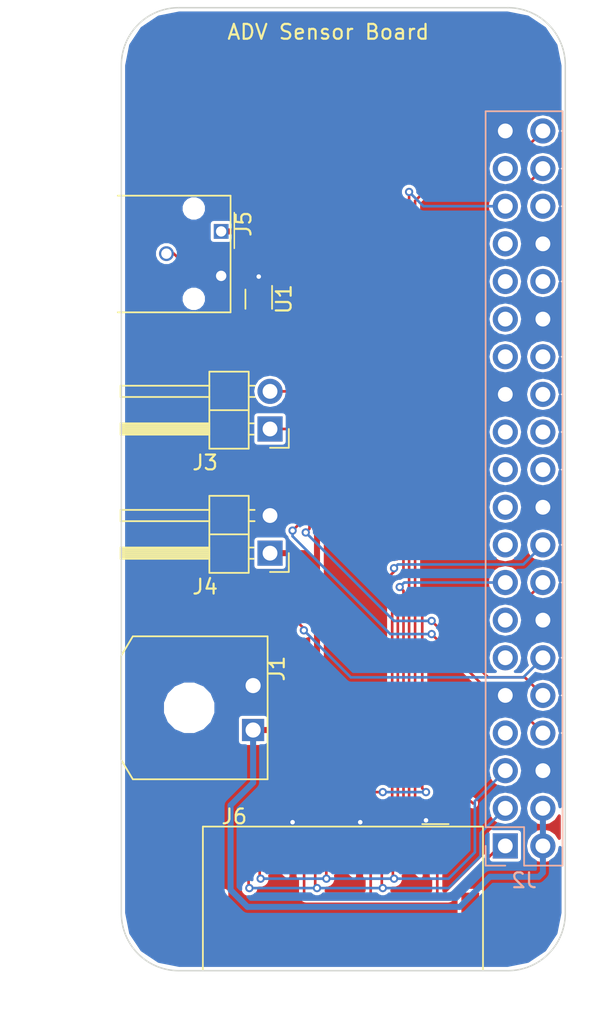
<source format=kicad_pcb>
(kicad_pcb (version 4) (host pcbnew 4.0.7-e2-6376~58~ubuntu16.04.1)

  (general
    (links 39)
    (no_connects 0)
    (area 114.774999 77.724 155.879115 147.053001)
    (thickness 1.6)
    (drawings 23)
    (tracks 182)
    (zones 0)
    (modules 7)
    (nets 34)
  )

  (page A)
  (title_block
    (title "ADV Senor Board")
    (rev 1.0)
    (company "Honeybee Robotics")
    (comment 1 "Elijah Pivo")
    (comment 2 "Project 494")
  )

  (layers
    (0 F.Cu signal)
    (31 B.Cu signal)
    (32 B.Adhes user)
    (33 F.Adhes user)
    (34 B.Paste user)
    (35 F.Paste user)
    (36 B.SilkS user)
    (37 F.SilkS user)
    (38 B.Mask user)
    (39 F.Mask user)
    (40 Dwgs.User user)
    (41 Cmts.User user)
    (42 Eco1.User user)
    (43 Eco2.User user)
    (44 Edge.Cuts user)
    (45 Margin user)
    (46 B.CrtYd user)
    (47 F.CrtYd user)
    (48 B.Fab user)
    (49 F.Fab user)
  )

  (setup
    (last_trace_width 0.1778)
    (user_trace_width 0.1778)
    (user_trace_width 0.4064)
    (user_trace_width 1.016)
    (trace_clearance 0.2)
    (zone_clearance 0.2032)
    (zone_45_only no)
    (trace_min 0.1524)
    (segment_width 0.2)
    (edge_width 0.2)
    (via_size 0.5588)
    (via_drill 0.3048)
    (via_min_size 0.5588)
    (via_min_drill 0.3048)
    (user_via 0.5588 0.3048)
    (user_via 0.6604 0.4064)
    (user_via 1.27 1.016)
    (uvia_size 0.5588)
    (uvia_drill 0.3048)
    (uvias_allowed no)
    (uvia_min_size 0.5588)
    (uvia_min_drill 0.3048)
    (pcb_text_width 0.3)
    (pcb_text_size 1.5 1.5)
    (mod_edge_width 0.15)
    (mod_text_size 1 1)
    (mod_text_width 0.15)
    (pad_size 1.524 1.524)
    (pad_drill 0.762)
    (pad_to_mask_clearance 0.0635)
    (aux_axis_origin 0 0)
    (visible_elements FFFEFF7F)
    (pcbplotparams
      (layerselection 0x010f0_80000001)
      (usegerberextensions true)
      (excludeedgelayer false)
      (linewidth 0.100000)
      (plotframeref false)
      (viasonmask false)
      (mode 1)
      (useauxorigin false)
      (hpglpennumber 1)
      (hpglpenspeed 20)
      (hpglpendiameter 15)
      (hpglpenoverlay 2)
      (psnegative false)
      (psa4output false)
      (plotreference false)
      (plotvalue false)
      (plotinvisibletext false)
      (padsonsilk false)
      (subtractmaskfromsilk false)
      (outputformat 1)
      (mirror false)
      (drillshape 0)
      (scaleselection 1)
      (outputdirectory gerber/))
  )

  (net 0 "")
  (net 1 GND)
  (net 2 +5V)
  (net 3 "Net-(J2-Pad8)")
  (net 4 "Net-(J2-Pad10)")
  (net 5 "Net-(J5-Pad2)")
  (net 6 +3V3)
  (net 7 /int_tof1)
  (net 8 /en_tof1)
  (net 9 /scl)
  (net 10 /sda)
  (net 11 /int_tof2)
  (net 12 /en_tof2)
  (net 13 /int_tof3)
  (net 14 /en_tof3)
  (net 15 /led-pwm)
  (net 16 "Net-(J2-Pad7)")
  (net 17 "Net-(J2-Pad11)")
  (net 18 "Net-(J2-Pad13)")
  (net 19 "Net-(J2-Pad19)")
  (net 20 "Net-(J2-Pad21)")
  (net 21 "Net-(J2-Pad22)")
  (net 22 "Net-(J2-Pad23)")
  (net 23 "Net-(J2-Pad24)")
  (net 24 "Net-(J2-Pad26)")
  (net 25 "Net-(J2-Pad27)")
  (net 26 "Net-(J2-Pad28)")
  (net 27 "Net-(J2-Pad29)")
  (net 28 "Net-(J2-Pad31)")
  (net 29 "Net-(J2-Pad32)")
  (net 30 "Net-(J2-Pad33)")
  (net 31 "Net-(J2-Pad36)")
  (net 32 "Net-(J2-Pad37)")
  (net 33 "Net-(J2-Pad17)")

  (net_class Default "This is the default net class."
    (clearance 0.2)
    (trace_width 0.1778)
    (via_dia 0.5588)
    (via_drill 0.3048)
    (uvia_dia 0.5588)
    (uvia_drill 0.3048)
    (add_net +3V3)
    (add_net +5V)
    (add_net /en_tof1)
    (add_net /en_tof2)
    (add_net /en_tof3)
    (add_net /int_tof1)
    (add_net /int_tof2)
    (add_net /int_tof3)
    (add_net /led-pwm)
    (add_net /scl)
    (add_net /sda)
    (add_net GND)
    (add_net "Net-(J2-Pad10)")
    (add_net "Net-(J2-Pad11)")
    (add_net "Net-(J2-Pad13)")
    (add_net "Net-(J2-Pad17)")
    (add_net "Net-(J2-Pad19)")
    (add_net "Net-(J2-Pad21)")
    (add_net "Net-(J2-Pad22)")
    (add_net "Net-(J2-Pad23)")
    (add_net "Net-(J2-Pad24)")
    (add_net "Net-(J2-Pad26)")
    (add_net "Net-(J2-Pad27)")
    (add_net "Net-(J2-Pad28)")
    (add_net "Net-(J2-Pad29)")
    (add_net "Net-(J2-Pad31)")
    (add_net "Net-(J2-Pad32)")
    (add_net "Net-(J2-Pad33)")
    (add_net "Net-(J2-Pad36)")
    (add_net "Net-(J2-Pad37)")
    (add_net "Net-(J2-Pad7)")
    (add_net "Net-(J2-Pad8)")
    (add_net "Net-(J5-Pad2)")
  )

  (module adv-sensor-board:Conn_Molex_Micro-Fit_3.0_43650-0201_1x02_P3.00mm_Horizontal (layer F.Cu) (tedit 5AA144EC) (tstamp 5B030A30)
    (at 132.08 127 270)
    (path /5AFEE6FC)
    (fp_text reference J1 (at -4.1456 -1.6156 270) (layer F.SilkS)
      (effects (font (size 1 1) (thickness 0.15)))
    )
    (fp_text value pwr_conn (at -1.504 7.376 270) (layer F.Fab)
      (effects (font (size 0.9 0.9) (thickness 0.135)))
    )
    (fp_line (start -6.325 8.128) (end 3.325 8.128) (layer F.Fab) (width 0.1))
    (fp_line (start -6.83 -1.48) (end -6.83 17.08) (layer F.CrtYd) (width 0.05))
    (fp_line (start -6.83 17.08) (end 3.83 17.08) (layer F.CrtYd) (width 0.05))
    (fp_line (start 3.83 17.08) (end 3.83 -1.48) (layer F.CrtYd) (width 0.05))
    (fp_line (start 3.83 -1.48) (end -6.83 -1.48) (layer F.CrtYd) (width 0.05))
    (fp_text user %R (at -0.996 2.042 270) (layer F.Fab)
      (effects (font (size 0.9 0.9) (thickness 0.135)))
    )
    (fp_line (start 3.325 -0.98) (end 3.325 8.92) (layer F.Fab) (width 0.1))
    (fp_line (start 3.325 8.92) (end -6.325 8.92) (layer F.Fab) (width 0.1))
    (fp_line (start -6.325 8.92) (end -6.325 -0.98) (layer F.Fab) (width 0.1))
    (fp_line (start -6.325 -0.98) (end 3.325 -0.98) (layer F.Fab) (width 0.1))
    (fp_line (start -6.325 -0.98) (end -6.325 8.128) (layer F.SilkS) (width 0.12))
    (fp_line (start 3.325 -0.98) (end 3.325 8.128) (layer F.SilkS) (width 0.12))
    (fp_line (start -6.325 8.128) (end -5 8.92) (layer F.SilkS) (width 0.12))
    (fp_line (start -5 8.92) (end 2 8.92) (layer F.SilkS) (width 0.12))
    (fp_line (start 2 8.92) (end 3.325 8.128) (layer F.SilkS) (width 0.12))
    (fp_line (start -6.325 -0.98) (end 3.325 -0.98) (layer F.SilkS) (width 0.12))
    (pad 2 thru_hole circle (at -3 0 270) (size 1.5 1.5) (drill 1.02) (layers *.Cu *.Mask)
      (net 1 GND))
    (pad 1 thru_hole rect (at 0 0 270) (size 1.5 1.5) (drill 1.02) (layers *.Cu *.Mask)
      (net 2 +5V))
    (pad "" np_thru_hole circle (at -1.5 4.32 270) (size 3 3) (drill 3) (layers *.Cu *.Mask))
  )

  (module Pin_Headers:Pin_Header_Angled_1x02_Pitch2.54mm (layer F.Cu) (tedit 59650532) (tstamp 5B030A36)
    (at 133.223 106.68 180)
    (descr "Through hole angled pin header, 1x02, 2.54mm pitch, 6mm pin length, single row")
    (tags "Through hole angled pin header THT 1x02 2.54mm single row")
    (path /5B0ED127)
    (fp_text reference J3 (at 4.385 -2.27 180) (layer F.SilkS)
      (effects (font (size 1 1) (thickness 0.15)))
    )
    (fp_text value fan_conn (at 4.385 4.81 180) (layer F.Fab)
      (effects (font (size 1 1) (thickness 0.15)))
    )
    (fp_line (start 2.135 -1.27) (end 4.04 -1.27) (layer F.Fab) (width 0.1))
    (fp_line (start 4.04 -1.27) (end 4.04 3.81) (layer F.Fab) (width 0.1))
    (fp_line (start 4.04 3.81) (end 1.5 3.81) (layer F.Fab) (width 0.1))
    (fp_line (start 1.5 3.81) (end 1.5 -0.635) (layer F.Fab) (width 0.1))
    (fp_line (start 1.5 -0.635) (end 2.135 -1.27) (layer F.Fab) (width 0.1))
    (fp_line (start -0.32 -0.32) (end 1.5 -0.32) (layer F.Fab) (width 0.1))
    (fp_line (start -0.32 -0.32) (end -0.32 0.32) (layer F.Fab) (width 0.1))
    (fp_line (start -0.32 0.32) (end 1.5 0.32) (layer F.Fab) (width 0.1))
    (fp_line (start 4.04 -0.32) (end 10.04 -0.32) (layer F.Fab) (width 0.1))
    (fp_line (start 10.04 -0.32) (end 10.04 0.32) (layer F.Fab) (width 0.1))
    (fp_line (start 4.04 0.32) (end 10.04 0.32) (layer F.Fab) (width 0.1))
    (fp_line (start -0.32 2.22) (end 1.5 2.22) (layer F.Fab) (width 0.1))
    (fp_line (start -0.32 2.22) (end -0.32 2.86) (layer F.Fab) (width 0.1))
    (fp_line (start -0.32 2.86) (end 1.5 2.86) (layer F.Fab) (width 0.1))
    (fp_line (start 4.04 2.22) (end 10.04 2.22) (layer F.Fab) (width 0.1))
    (fp_line (start 10.04 2.22) (end 10.04 2.86) (layer F.Fab) (width 0.1))
    (fp_line (start 4.04 2.86) (end 10.04 2.86) (layer F.Fab) (width 0.1))
    (fp_line (start 1.44 -1.33) (end 1.44 3.87) (layer F.SilkS) (width 0.12))
    (fp_line (start 1.44 3.87) (end 4.1 3.87) (layer F.SilkS) (width 0.12))
    (fp_line (start 4.1 3.87) (end 4.1 -1.33) (layer F.SilkS) (width 0.12))
    (fp_line (start 4.1 -1.33) (end 1.44 -1.33) (layer F.SilkS) (width 0.12))
    (fp_line (start 4.1 -0.38) (end 10.1 -0.38) (layer F.SilkS) (width 0.12))
    (fp_line (start 10.1 -0.38) (end 10.1 0.38) (layer F.SilkS) (width 0.12))
    (fp_line (start 10.1 0.38) (end 4.1 0.38) (layer F.SilkS) (width 0.12))
    (fp_line (start 4.1 -0.32) (end 10.1 -0.32) (layer F.SilkS) (width 0.12))
    (fp_line (start 4.1 -0.2) (end 10.1 -0.2) (layer F.SilkS) (width 0.12))
    (fp_line (start 4.1 -0.08) (end 10.1 -0.08) (layer F.SilkS) (width 0.12))
    (fp_line (start 4.1 0.04) (end 10.1 0.04) (layer F.SilkS) (width 0.12))
    (fp_line (start 4.1 0.16) (end 10.1 0.16) (layer F.SilkS) (width 0.12))
    (fp_line (start 4.1 0.28) (end 10.1 0.28) (layer F.SilkS) (width 0.12))
    (fp_line (start 1.11 -0.38) (end 1.44 -0.38) (layer F.SilkS) (width 0.12))
    (fp_line (start 1.11 0.38) (end 1.44 0.38) (layer F.SilkS) (width 0.12))
    (fp_line (start 1.44 1.27) (end 4.1 1.27) (layer F.SilkS) (width 0.12))
    (fp_line (start 4.1 2.16) (end 10.1 2.16) (layer F.SilkS) (width 0.12))
    (fp_line (start 10.1 2.16) (end 10.1 2.92) (layer F.SilkS) (width 0.12))
    (fp_line (start 10.1 2.92) (end 4.1 2.92) (layer F.SilkS) (width 0.12))
    (fp_line (start 1.042929 2.16) (end 1.44 2.16) (layer F.SilkS) (width 0.12))
    (fp_line (start 1.042929 2.92) (end 1.44 2.92) (layer F.SilkS) (width 0.12))
    (fp_line (start -1.27 0) (end -1.27 -1.27) (layer F.SilkS) (width 0.12))
    (fp_line (start -1.27 -1.27) (end 0 -1.27) (layer F.SilkS) (width 0.12))
    (fp_line (start -1.8 -1.8) (end -1.8 4.35) (layer F.CrtYd) (width 0.05))
    (fp_line (start -1.8 4.35) (end 10.55 4.35) (layer F.CrtYd) (width 0.05))
    (fp_line (start 10.55 4.35) (end 10.55 -1.8) (layer F.CrtYd) (width 0.05))
    (fp_line (start 10.55 -1.8) (end -1.8 -1.8) (layer F.CrtYd) (width 0.05))
    (fp_text user %R (at 2.77 1.27 270) (layer F.Fab)
      (effects (font (size 1 1) (thickness 0.15)))
    )
    (pad 1 thru_hole rect (at 0 0 180) (size 1.7 1.7) (drill 1) (layers *.Cu *.Mask)
      (net 3 "Net-(J2-Pad8)"))
    (pad 2 thru_hole oval (at 0 2.54 180) (size 1.7 1.7) (drill 1) (layers *.Cu *.Mask)
      (net 4 "Net-(J2-Pad10)"))
    (model ${KISYS3DMOD}/Pin_Headers.3dshapes/Pin_Header_Angled_1x02_Pitch2.54mm.wrl
      (at (xyz 0 0 0))
      (scale (xyz 1 1 1))
      (rotate (xyz 0 0 0))
    )
  )

  (module Pin_Headers:Pin_Header_Angled_1x02_Pitch2.54mm (layer F.Cu) (tedit 5B03211B) (tstamp 5B030A3C)
    (at 133.223 115.062 180)
    (descr "Through hole angled pin header, 1x02, 2.54mm pitch, 6mm pin length, single row")
    (tags "Through hole angled pin header THT 1x02 2.54mm single row")
    (path /5AFC5263)
    (fp_text reference J4 (at 4.385 -2.27 180) (layer F.SilkS)
      (effects (font (size 1 1) (thickness 0.15)))
    )
    (fp_text value fan_conn (at 2.54 -3.81 180) (layer F.Fab)
      (effects (font (size 1 1) (thickness 0.15)))
    )
    (fp_line (start 2.135 -1.27) (end 4.04 -1.27) (layer F.Fab) (width 0.1))
    (fp_line (start 4.04 -1.27) (end 4.04 3.81) (layer F.Fab) (width 0.1))
    (fp_line (start 4.04 3.81) (end 1.5 3.81) (layer F.Fab) (width 0.1))
    (fp_line (start 1.5 3.81) (end 1.5 -0.635) (layer F.Fab) (width 0.1))
    (fp_line (start 1.5 -0.635) (end 2.135 -1.27) (layer F.Fab) (width 0.1))
    (fp_line (start -0.32 -0.32) (end 1.5 -0.32) (layer F.Fab) (width 0.1))
    (fp_line (start -0.32 -0.32) (end -0.32 0.32) (layer F.Fab) (width 0.1))
    (fp_line (start -0.32 0.32) (end 1.5 0.32) (layer F.Fab) (width 0.1))
    (fp_line (start 4.04 -0.32) (end 10.04 -0.32) (layer F.Fab) (width 0.1))
    (fp_line (start 10.04 -0.32) (end 10.04 0.32) (layer F.Fab) (width 0.1))
    (fp_line (start 4.04 0.32) (end 10.04 0.32) (layer F.Fab) (width 0.1))
    (fp_line (start -0.32 2.22) (end 1.5 2.22) (layer F.Fab) (width 0.1))
    (fp_line (start -0.32 2.22) (end -0.32 2.86) (layer F.Fab) (width 0.1))
    (fp_line (start -0.32 2.86) (end 1.5 2.86) (layer F.Fab) (width 0.1))
    (fp_line (start 4.04 2.22) (end 10.04 2.22) (layer F.Fab) (width 0.1))
    (fp_line (start 10.04 2.22) (end 10.04 2.86) (layer F.Fab) (width 0.1))
    (fp_line (start 4.04 2.86) (end 10.04 2.86) (layer F.Fab) (width 0.1))
    (fp_line (start 1.44 -1.33) (end 1.44 3.87) (layer F.SilkS) (width 0.12))
    (fp_line (start 1.44 3.87) (end 4.1 3.87) (layer F.SilkS) (width 0.12))
    (fp_line (start 4.1 3.87) (end 4.1 -1.33) (layer F.SilkS) (width 0.12))
    (fp_line (start 4.1 -1.33) (end 1.44 -1.33) (layer F.SilkS) (width 0.12))
    (fp_line (start 4.1 -0.38) (end 10.1 -0.38) (layer F.SilkS) (width 0.12))
    (fp_line (start 10.1 -0.38) (end 10.1 0.38) (layer F.SilkS) (width 0.12))
    (fp_line (start 10.1 0.38) (end 4.1 0.38) (layer F.SilkS) (width 0.12))
    (fp_line (start 4.1 -0.32) (end 10.1 -0.32) (layer F.SilkS) (width 0.12))
    (fp_line (start 4.1 -0.2) (end 10.1 -0.2) (layer F.SilkS) (width 0.12))
    (fp_line (start 4.1 -0.08) (end 10.1 -0.08) (layer F.SilkS) (width 0.12))
    (fp_line (start 4.1 0.04) (end 10.1 0.04) (layer F.SilkS) (width 0.12))
    (fp_line (start 4.1 0.16) (end 10.1 0.16) (layer F.SilkS) (width 0.12))
    (fp_line (start 4.1 0.28) (end 10.1 0.28) (layer F.SilkS) (width 0.12))
    (fp_line (start 1.11 -0.38) (end 1.44 -0.38) (layer F.SilkS) (width 0.12))
    (fp_line (start 1.11 0.38) (end 1.44 0.38) (layer F.SilkS) (width 0.12))
    (fp_line (start 1.44 1.27) (end 4.1 1.27) (layer F.SilkS) (width 0.12))
    (fp_line (start 4.1 2.16) (end 10.1 2.16) (layer F.SilkS) (width 0.12))
    (fp_line (start 10.1 2.16) (end 10.1 2.92) (layer F.SilkS) (width 0.12))
    (fp_line (start 10.1 2.92) (end 4.1 2.92) (layer F.SilkS) (width 0.12))
    (fp_line (start 1.042929 2.16) (end 1.44 2.16) (layer F.SilkS) (width 0.12))
    (fp_line (start 1.042929 2.92) (end 1.44 2.92) (layer F.SilkS) (width 0.12))
    (fp_line (start -1.27 0) (end -1.27 -1.27) (layer F.SilkS) (width 0.12))
    (fp_line (start -1.27 -1.27) (end 0 -1.27) (layer F.SilkS) (width 0.12))
    (fp_line (start -1.8 -1.8) (end -1.8 4.35) (layer F.CrtYd) (width 0.05))
    (fp_line (start -1.8 4.35) (end 10.55 4.35) (layer F.CrtYd) (width 0.05))
    (fp_line (start 10.55 4.35) (end 10.55 -1.8) (layer F.CrtYd) (width 0.05))
    (fp_line (start 10.55 -1.8) (end -1.8 -1.8) (layer F.CrtYd) (width 0.05))
    (fp_text user %R (at 2.77 1.27 270) (layer F.Fab)
      (effects (font (size 1 1) (thickness 0.15)))
    )
    (pad 1 thru_hole rect (at 0 0 180) (size 1.7 1.7) (drill 1) (layers *.Cu *.Mask)
      (net 2 +5V))
    (pad 2 thru_hole oval (at 0 2.54 180) (size 1.7 1.7) (drill 1) (layers *.Cu *.Mask)
      (net 1 GND))
    (model ${KISYS3DMOD}/Pin_Headers.3dshapes/Pin_Header_Angled_1x02_Pitch2.54mm.wrl
      (at (xyz 0 0 0))
      (scale (xyz 1 1 1))
      (rotate (xyz 0 0 0))
    )
  )

  (module adv-sensor-board:Molex_CLIK-Mate_503175-0310_1x03_P1.50mm_Horizontal (layer F.Cu) (tedit 5AFC8367) (tstamp 5B030A58)
    (at 129.921 93.345 270)
    (path /5AFC512D)
    (fp_text reference J5 (at -0.508 -1.524 270) (layer F.SilkS)
      (effects (font (size 1 1) (thickness 0.15)))
    )
    (fp_text value led-ring_conn (at 1.524 4.572 270) (layer F.Fab)
      (effects (font (size 0.15 0.15) (thickness 0.0225)))
    )
    (fp_line (start -2.7 -0.95) (end 5.7 -0.95) (layer F.CrtYd) (width 0.05))
    (fp_line (start 5.7 -0.95) (end 5.7 9.7) (layer F.CrtYd) (width 0.05))
    (fp_line (start 5.7 9.7) (end -2.7 9.7) (layer F.CrtYd) (width 0.05))
    (fp_line (start -2.7 9.7) (end -2.7 -0.95) (layer F.CrtYd) (width 0.05))
    (fp_line (start -1.27 -0.889) (end 1.143 -0.889) (layer F.SilkS) (width 0.1))
    (fp_line (start -2.413 -0.635) (end -2.413 6.985) (layer F.SilkS) (width 0.12))
    (fp_line (start -2.413 -0.635) (end 5.461 -0.635) (layer F.SilkS) (width 0.12))
    (fp_line (start 5.461 -0.635) (end 5.461 6.985) (layer F.SilkS) (width 0.12))
    (fp_text user %R (at 2.032 3.302 270) (layer F.Fab)
      (effects (font (size 1 1) (thickness 0.15)))
    )
    (fp_line (start -0.381 1.016) (end 0 0.635) (layer F.Fab) (width 0.1))
    (fp_line (start 0 0.635) (end 0.381 1.016) (layer F.Fab) (width 0.1))
    (fp_line (start 1 5.8) (end 2 5.8) (layer F.Fab) (width 0.1))
    (fp_line (start 2 5.8) (end 2 6.2) (layer F.Fab) (width 0.1))
    (fp_line (start 1 6.2) (end 2 6.2) (layer F.Fab) (width 0.1))
    (fp_line (start 1 5.8) (end 1 6.2) (layer F.Fab) (width 0.1))
    (fp_line (start -2.2 -0.45) (end 5.2 -0.45) (layer F.Fab) (width 0.1))
    (fp_line (start 5.2 -0.45) (end 5.2 6.8) (layer F.Fab) (width 0.1))
    (fp_line (start 5.2 6.8) (end -2.2 6.8) (layer F.Fab) (width 0.1))
    (fp_line (start -2.2 6.8) (end -2.2 -0.45) (layer F.Fab) (width 0.1))
    (pad "" np_thru_hole circle (at 4.55 1.85 270) (size 1.1 1.1) (drill 1.1) (layers *.Cu *.Mask))
    (pad 2 thru_hole circle (at 1.5 3.7 270) (size 1 1) (drill 0.7) (layers *.Cu *.Mask)
      (net 5 "Net-(J5-Pad2)"))
    (pad 3 thru_hole circle (at 3 0 270) (size 1 1) (drill 0.7) (layers *.Cu *.Mask)
      (net 1 GND))
    (pad 1 thru_hole rect (at 0 0 270) (size 1 1) (drill 0.7) (layers *.Cu *.Mask)
      (net 2 +5V))
    (pad "" np_thru_hole circle (at -1.55 1.85 270) (size 1.1 1.1) (drill 1.1) (layers *.Cu *.Mask))
  )

  (module adv-sensor-board:Conn_Molex_CLIK-Mate_503148-1890_2x09_P1.50mm_Horizontal (layer F.Cu) (tedit 5B0305BC) (tstamp 5B030A85)
    (at 144.526 135.128)
    (path /5B02DDF6)
    (clearance 0.0254)
    (fp_text reference J6 (at -13.716 -2.286) (layer F.SilkS)
      (effects (font (size 1 1) (thickness 0.15)))
    )
    (fp_text value tof_conn (at -6.4135 1.905) (layer F.Fab)
      (effects (font (size 0.35 0.35) (thickness 0.0525)))
    )
    (fp_line (start 0.762 -1.778) (end -1.016 -1.778) (layer F.SilkS) (width 0.12))
    (fp_line (start -15.84 8.05) (end -15.84 -1.61) (layer F.SilkS) (width 0.12))
    (fp_line (start -15.84 -1.61) (end 3.09 -1.61) (layer F.SilkS) (width 0.12))
    (fp_line (start 3.09 -1.61) (end 3.09 8.05) (layer F.SilkS) (width 0.12))
    (fp_line (start -16.13 -1.85) (end 3.33 -1.85) (layer F.CrtYd) (width 0.05))
    (fp_line (start 3.33 -1.85) (end 3.33 11.7) (layer F.CrtYd) (width 0.05))
    (fp_line (start 3.33 11.7) (end -16.13 11.7) (layer F.CrtYd) (width 0.05))
    (fp_line (start -16.13 11.7) (end -16.13 -1.85) (layer F.CrtYd) (width 0.05))
    (fp_text user %R (at -6.0325 4.191) (layer F.Fab)
      (effects (font (size 1 1) (thickness 0.15)))
    )
    (fp_line (start -15.275 0) (end 2.525 0) (layer F.Fab) (width 0.1))
    (fp_line (start 2.525 0) (end 2.525 5.175) (layer F.Fab) (width 0.1))
    (fp_line (start 2.525 5.175) (end 2.025 5.175) (layer F.Fab) (width 0.1))
    (fp_line (start 2.025 5.175) (end 2.025 8.05) (layer F.Fab) (width 0.1))
    (fp_line (start 2.025 8.05) (end 1.025 8.05) (layer F.Fab) (width 0.1))
    (fp_line (start 1.025 8.05) (end 0.525 7.55) (layer F.Fab) (width 0.1))
    (fp_line (start 0.525 7.55) (end -13.275 7.55) (layer F.Fab) (width 0.1))
    (fp_line (start -13.275 7.55) (end -13.775 8.05) (layer F.Fab) (width 0.1))
    (fp_line (start -13.775 8.05) (end -14.775 8.05) (layer F.Fab) (width 0.1))
    (fp_line (start -14.775 8.05) (end -14.775 5.175) (layer F.Fab) (width 0.1))
    (fp_line (start -14.775 5.175) (end -15.275 5.175) (layer F.Fab) (width 0.1))
    (fp_line (start -15.275 5.175) (end -15.275 0) (layer F.Fab) (width 0.1))
    (pad 1 smd rect (at 0 0) (size 0.55 2.7) (layers F.Cu F.Paste F.Mask)
      (net 6 +3V3))
    (pad 2 smd rect (at -0.75 0) (size 0.55 2.7) (layers F.Cu F.Paste F.Mask)
      (net 1 GND))
    (pad 3 smd rect (at -1.5 0) (size 0.55 2.7) (layers F.Cu F.Paste F.Mask)
      (net 7 /int_tof1))
    (pad 4 smd rect (at -2.25 0) (size 0.55 2.7) (layers F.Cu F.Paste F.Mask)
      (net 8 /en_tof1))
    (pad 5 smd rect (at -3 0) (size 0.55 2.7) (layers F.Cu F.Paste F.Mask)
      (net 9 /scl))
    (pad 6 smd rect (at -3.75 0) (size 0.55 2.7) (layers F.Cu F.Paste F.Mask)
      (net 10 /sda))
    (pad 7 smd rect (at -4.5 0) (size 0.55 2.7) (layers F.Cu F.Paste F.Mask)
      (net 6 +3V3))
    (pad 8 smd rect (at -5.25 0) (size 0.55 2.7) (layers F.Cu F.Paste F.Mask)
      (net 1 GND))
    (pad 9 smd rect (at -6 0) (size 0.55 2.7) (layers F.Cu F.Paste F.Mask)
      (net 11 /int_tof2))
    (pad 10 smd rect (at -6.75 0) (size 0.55 2.7) (layers F.Cu F.Paste F.Mask)
      (net 12 /en_tof2))
    (pad 11 smd rect (at -7.5 0) (size 0.55 2.7) (layers F.Cu F.Paste F.Mask)
      (net 9 /scl))
    (pad 12 smd rect (at -8.25 0) (size 0.55 2.7) (layers F.Cu F.Paste F.Mask)
      (net 10 /sda))
    (pad 13 smd rect (at -9 0) (size 0.55 2.7) (layers F.Cu F.Paste F.Mask)
      (net 6 +3V3))
    (pad 14 smd rect (at -9.75 0) (size 0.55 2.7) (layers F.Cu F.Paste F.Mask)
      (net 1 GND))
    (pad 15 smd rect (at -10.5 0) (size 0.55 2.7) (layers F.Cu F.Paste F.Mask)
      (net 13 /int_tof3))
    (pad 16 smd rect (at -11.25 0) (size 0.55 2.7) (layers F.Cu F.Paste F.Mask)
      (net 14 /en_tof3))
    (pad 17 smd rect (at -12 0) (size 0.55 2.7) (layers F.Cu F.Paste F.Mask)
      (net 9 /scl))
    (pad 18 smd rect (at -12.75 0) (size 0.55 2.7) (layers F.Cu F.Paste F.Mask)
      (net 10 /sda))
    (pad "" smd rect (at 2.23 5.175) (size 1.2 4.65) (layers F.Cu F.Paste F.Mask))
    (pad "" smd rect (at -14.98 5.175) (size 1.2 4.65) (layers F.Cu F.Paste F.Mask))
  )

  (module TO_SOT_Packages_SMD:SOT-553 (layer F.Cu) (tedit 5B03227A) (tstamp 5B030A8E)
    (at 132.461 97.917 270)
    (descr SOT553)
    (tags SOT-553)
    (path /5AFC7107)
    (clearance 0.0254)
    (attr smd)
    (fp_text reference U1 (at 0 -1.7 270) (layer F.SilkS)
      (effects (font (size 1 1) (thickness 0.15)))
    )
    (fp_text value SN74AHCT1G125DRLR (at 0 1.75 270) (layer F.Fab)
      (effects (font (size 1 1) (thickness 0.15)))
    )
    (fp_text user %R (at 0 0 450) (layer F.Fab)
      (effects (font (size 0.4 0.4) (thickness 0.0625)))
    )
    (fp_line (start -0.65 -0.5) (end -0.3 -0.85) (layer F.Fab) (width 0.1))
    (fp_line (start 0.65 0.9) (end -0.65 0.9) (layer F.SilkS) (width 0.12))
    (fp_line (start -0.9 -0.9) (end 0.65 -0.9) (layer F.SilkS) (width 0.12))
    (fp_line (start -0.65 -0.5) (end -0.65 0.85) (layer F.Fab) (width 0.1))
    (fp_line (start -0.65 0.85) (end 0.65 0.85) (layer F.Fab) (width 0.1))
    (fp_line (start 0.65 0.85) (end 0.65 -0.85) (layer F.Fab) (width 0.1))
    (fp_line (start 0.65 -0.85) (end -0.3 -0.85) (layer F.Fab) (width 0.1))
    (fp_line (start -1.18 -1.1) (end 1.18 -1.1) (layer F.CrtYd) (width 0.05))
    (fp_line (start -1.18 -1.1) (end -1.18 1.1) (layer F.CrtYd) (width 0.05))
    (fp_line (start 1.18 1.1) (end 1.18 -1.1) (layer F.CrtYd) (width 0.05))
    (fp_line (start 1.18 1.1) (end -1.18 1.1) (layer F.CrtYd) (width 0.05))
    (pad 1 smd rect (at -0.7 -0.5 270) (size 0.45 0.3) (layers F.Cu F.Paste F.Mask)
      (net 1 GND))
    (pad 3 smd rect (at -0.7 0.5 270) (size 0.45 0.3) (layers F.Cu F.Paste F.Mask)
      (net 1 GND))
    (pad 5 smd rect (at 0.7 -0.5 270) (size 0.45 0.3) (layers F.Cu F.Paste F.Mask)
      (net 2 +5V))
    (pad 2 smd rect (at -0.7 0 270) (size 0.45 0.3) (layers F.Cu F.Paste F.Mask)
      (net 15 /led-pwm))
    (pad 4 smd rect (at 0.7 0.5 270) (size 0.45 0.3) (layers F.Cu F.Paste F.Mask)
      (net 5 "Net-(J5-Pad2)"))
    (model ${KISYS3DMOD}/TO_SOT_Packages_SMD.3dshapes/SOT-553.wrl
      (at (xyz 0 0 0))
      (scale (xyz 1 1 1))
      (rotate (xyz 0 0 0))
    )
  )

  (module Pin_Headers:Pin_Header_Straight_2x20_Pitch2.54mm (layer B.Cu) (tedit 59650533) (tstamp 5B030C6C)
    (at 149.1234 134.8232)
    (descr "Through hole straight pin header, 2x20, 2.54mm pitch, double rows")
    (tags "Through hole pin header THT 2x20 2.54mm double row")
    (path /5AFC2DEA)
    (fp_text reference J2 (at 1.27 2.33) (layer B.SilkS)
      (effects (font (size 1 1) (thickness 0.15)) (justify mirror))
    )
    (fp_text value rpizerow_conn (at 1.27 -50.59) (layer B.Fab)
      (effects (font (size 1 1) (thickness 0.15)) (justify mirror))
    )
    (fp_line (start 0 1.27) (end 3.81 1.27) (layer B.Fab) (width 0.1))
    (fp_line (start 3.81 1.27) (end 3.81 -49.53) (layer B.Fab) (width 0.1))
    (fp_line (start 3.81 -49.53) (end -1.27 -49.53) (layer B.Fab) (width 0.1))
    (fp_line (start -1.27 -49.53) (end -1.27 0) (layer B.Fab) (width 0.1))
    (fp_line (start -1.27 0) (end 0 1.27) (layer B.Fab) (width 0.1))
    (fp_line (start -1.33 -49.59) (end 3.87 -49.59) (layer B.SilkS) (width 0.12))
    (fp_line (start -1.33 -1.27) (end -1.33 -49.59) (layer B.SilkS) (width 0.12))
    (fp_line (start 3.87 1.33) (end 3.87 -49.59) (layer B.SilkS) (width 0.12))
    (fp_line (start -1.33 -1.27) (end 1.27 -1.27) (layer B.SilkS) (width 0.12))
    (fp_line (start 1.27 -1.27) (end 1.27 1.33) (layer B.SilkS) (width 0.12))
    (fp_line (start 1.27 1.33) (end 3.87 1.33) (layer B.SilkS) (width 0.12))
    (fp_line (start -1.33 0) (end -1.33 1.33) (layer B.SilkS) (width 0.12))
    (fp_line (start -1.33 1.33) (end 0 1.33) (layer B.SilkS) (width 0.12))
    (fp_line (start -1.8 1.8) (end -1.8 -50.05) (layer B.CrtYd) (width 0.05))
    (fp_line (start -1.8 -50.05) (end 4.35 -50.05) (layer B.CrtYd) (width 0.05))
    (fp_line (start 4.35 -50.05) (end 4.35 1.8) (layer B.CrtYd) (width 0.05))
    (fp_line (start 4.35 1.8) (end -1.8 1.8) (layer B.CrtYd) (width 0.05))
    (fp_text user %R (at 1.27 -24.13 270) (layer B.Fab)
      (effects (font (size 1 1) (thickness 0.15)) (justify mirror))
    )
    (pad 1 thru_hole rect (at 0 0) (size 1.7 1.7) (drill 1) (layers *.Cu *.Mask)
      (net 6 +3V3))
    (pad 2 thru_hole oval (at 2.54 0) (size 1.7 1.7) (drill 1) (layers *.Cu *.Mask)
      (net 2 +5V))
    (pad 3 thru_hole oval (at 0 -2.54) (size 1.7 1.7) (drill 1) (layers *.Cu *.Mask)
      (net 10 /sda))
    (pad 4 thru_hole oval (at 2.54 -2.54) (size 1.7 1.7) (drill 1) (layers *.Cu *.Mask)
      (net 2 +5V))
    (pad 5 thru_hole oval (at 0 -5.08) (size 1.7 1.7) (drill 1) (layers *.Cu *.Mask)
      (net 9 /scl))
    (pad 6 thru_hole oval (at 2.54 -5.08) (size 1.7 1.7) (drill 1) (layers *.Cu *.Mask)
      (net 1 GND))
    (pad 7 thru_hole oval (at 0 -7.62) (size 1.7 1.7) (drill 1) (layers *.Cu *.Mask)
      (net 16 "Net-(J2-Pad7)"))
    (pad 8 thru_hole oval (at 2.54 -7.62) (size 1.7 1.7) (drill 1) (layers *.Cu *.Mask)
      (net 3 "Net-(J2-Pad8)"))
    (pad 9 thru_hole oval (at 0 -10.16) (size 1.7 1.7) (drill 1) (layers *.Cu *.Mask)
      (net 1 GND))
    (pad 10 thru_hole oval (at 2.54 -10.16) (size 1.7 1.7) (drill 1) (layers *.Cu *.Mask)
      (net 4 "Net-(J2-Pad10)"))
    (pad 11 thru_hole oval (at 0 -12.7) (size 1.7 1.7) (drill 1) (layers *.Cu *.Mask)
      (net 17 "Net-(J2-Pad11)"))
    (pad 12 thru_hole oval (at 2.54 -12.7) (size 1.7 1.7) (drill 1) (layers *.Cu *.Mask)
      (net 15 /led-pwm))
    (pad 13 thru_hole oval (at 0 -15.24) (size 1.7 1.7) (drill 1) (layers *.Cu *.Mask)
      (net 18 "Net-(J2-Pad13)"))
    (pad 14 thru_hole oval (at 2.54 -15.24) (size 1.7 1.7) (drill 1) (layers *.Cu *.Mask)
      (net 1 GND))
    (pad 15 thru_hole oval (at 0 -17.78) (size 1.7 1.7) (drill 1) (layers *.Cu *.Mask)
      (net 11 /int_tof2))
    (pad 16 thru_hole oval (at 2.54 -17.78) (size 1.7 1.7) (drill 1) (layers *.Cu *.Mask)
      (net 14 /en_tof3))
    (pad 17 thru_hole oval (at 0 -20.32) (size 1.7 1.7) (drill 1) (layers *.Cu *.Mask)
      (net 33 "Net-(J2-Pad17)"))
    (pad 18 thru_hole oval (at 2.54 -20.32) (size 1.7 1.7) (drill 1) (layers *.Cu *.Mask)
      (net 13 /int_tof3))
    (pad 19 thru_hole oval (at 0 -22.86) (size 1.7 1.7) (drill 1) (layers *.Cu *.Mask)
      (net 19 "Net-(J2-Pad19)"))
    (pad 20 thru_hole oval (at 2.54 -22.86) (size 1.7 1.7) (drill 1) (layers *.Cu *.Mask)
      (net 1 GND))
    (pad 21 thru_hole oval (at 0 -25.4) (size 1.7 1.7) (drill 1) (layers *.Cu *.Mask)
      (net 20 "Net-(J2-Pad21)"))
    (pad 22 thru_hole oval (at 2.54 -25.4) (size 1.7 1.7) (drill 1) (layers *.Cu *.Mask)
      (net 21 "Net-(J2-Pad22)"))
    (pad 23 thru_hole oval (at 0 -27.94) (size 1.7 1.7) (drill 1) (layers *.Cu *.Mask)
      (net 22 "Net-(J2-Pad23)"))
    (pad 24 thru_hole oval (at 2.54 -27.94) (size 1.7 1.7) (drill 1) (layers *.Cu *.Mask)
      (net 23 "Net-(J2-Pad24)"))
    (pad 25 thru_hole oval (at 0 -30.48) (size 1.7 1.7) (drill 1) (layers *.Cu *.Mask)
      (net 1 GND))
    (pad 26 thru_hole oval (at 2.54 -30.48) (size 1.7 1.7) (drill 1) (layers *.Cu *.Mask)
      (net 24 "Net-(J2-Pad26)"))
    (pad 27 thru_hole oval (at 0 -33.02) (size 1.7 1.7) (drill 1) (layers *.Cu *.Mask)
      (net 25 "Net-(J2-Pad27)"))
    (pad 28 thru_hole oval (at 2.54 -33.02) (size 1.7 1.7) (drill 1) (layers *.Cu *.Mask)
      (net 26 "Net-(J2-Pad28)"))
    (pad 29 thru_hole oval (at 0 -35.56) (size 1.7 1.7) (drill 1) (layers *.Cu *.Mask)
      (net 27 "Net-(J2-Pad29)"))
    (pad 30 thru_hole oval (at 2.54 -35.56) (size 1.7 1.7) (drill 1) (layers *.Cu *.Mask)
      (net 1 GND))
    (pad 31 thru_hole oval (at 0 -38.1) (size 1.7 1.7) (drill 1) (layers *.Cu *.Mask)
      (net 28 "Net-(J2-Pad31)"))
    (pad 32 thru_hole oval (at 2.54 -38.1) (size 1.7 1.7) (drill 1) (layers *.Cu *.Mask)
      (net 29 "Net-(J2-Pad32)"))
    (pad 33 thru_hole oval (at 0 -40.64) (size 1.7 1.7) (drill 1) (layers *.Cu *.Mask)
      (net 30 "Net-(J2-Pad33)"))
    (pad 34 thru_hole oval (at 2.54 -40.64) (size 1.7 1.7) (drill 1) (layers *.Cu *.Mask)
      (net 1 GND))
    (pad 35 thru_hole oval (at 0 -43.18) (size 1.7 1.7) (drill 1) (layers *.Cu *.Mask)
      (net 8 /en_tof1))
    (pad 36 thru_hole oval (at 2.54 -43.18) (size 1.7 1.7) (drill 1) (layers *.Cu *.Mask)
      (net 31 "Net-(J2-Pad36)"))
    (pad 37 thru_hole oval (at 0 -45.72) (size 1.7 1.7) (drill 1) (layers *.Cu *.Mask)
      (net 32 "Net-(J2-Pad37)"))
    (pad 38 thru_hole oval (at 2.54 -45.72) (size 1.7 1.7) (drill 1) (layers *.Cu *.Mask)
      (net 7 /int_tof1))
    (pad 39 thru_hole oval (at 0 -48.26) (size 1.7 1.7) (drill 1) (layers *.Cu *.Mask)
      (net 1 GND))
    (pad 40 thru_hole oval (at 2.54 -48.26) (size 1.7 1.7) (drill 1) (layers *.Cu *.Mask)
      (net 12 /en_tof2))
    (model ${KISYS3DMOD}/Pin_Headers.3dshapes/Pin_Header_Straight_2x20_Pitch2.54mm.wrl
      (at (xyz 0 0 0))
      (scale (xyz 1 1 1))
      (rotate (xyz 0 0 0))
    )
  )

  (gr_text "Rev 1.0\nElijah Pivo\n05/30/18" (at 130.302 82.931) (layer F.Cu)
    (effects (font (size 0.5 0.5) (thickness 0.075)) (justify left))
  )
  (gr_text "ADV Sensor Board" (at 137.16 79.883) (layer F.SilkS)
    (effects (font (size 1 1) (thickness 0.15)))
  )
  (gr_arc (start 127.051 139.369) (end 127.051 142.863) (angle 90) (layer Margin) (width 0.1))
  (gr_line (start 149.301 142.863) (end 127.051 142.863) (layer Margin) (width 0.1))
  (gr_arc (start 149.301 139.369) (end 152.795 139.369) (angle 89.9) (layer Margin) (width 0.1))
  (gr_line (start 152.795 82.119) (end 152.795 139.369) (layer Margin) (width 0.1))
  (gr_arc (start 149.301 82.119) (end 149.301 78.625) (angle 89.9) (layer Margin) (width 0.1))
  (gr_line (start 127.051 78.625) (end 149.301 78.625) (layer Margin) (width 0.1))
  (gr_arc (start 127.051 82.119) (end 123.557 82.119) (angle 90) (layer Margin) (width 0.1))
  (gr_line (start 123.557 139.369) (end 123.557 82.119) (layer Margin) (width 0.1))
  (gr_circle (center 149.1205 134.7995) (end 149.1205 135.244) (layer Dwgs.User) (width 0.1))
  (gr_circle (center 149.301 139.369) (end 149.301 140.744) (layer Dwgs.User) (width 0.1))
  (gr_circle (center 149.301 82.119) (end 149.301 83.494) (layer Dwgs.User) (width 0.1))
  (gr_circle (center 127.051 139.369) (end 127.051 140.744) (layer Dwgs.User) (width 0.1))
  (gr_circle (center 127.051 82.119) (end 127.051 83.494) (layer Dwgs.User) (width 0.1))
  (gr_arc (start 127.051 139.369) (end 127.051 143.244) (angle 90) (layer Edge.Cuts) (width 0.1))
  (gr_arc (start 149.301 139.369) (end 153.176 139.369) (angle 89.9) (layer Edge.Cuts) (width 0.1))
  (gr_arc (start 149.301 82.119) (end 149.301 78.244) (angle 90) (layer Edge.Cuts) (width 0.1))
  (gr_arc (start 127.051 82.119) (end 123.176 82.119) (angle 90) (layer Edge.Cuts) (width 0.1))
  (gr_line (start 149.301 78.244) (end 127.051 78.244) (layer Edge.Cuts) (width 0.1))
  (gr_line (start 153.176 139.369) (end 153.176 82.119) (layer Edge.Cuts) (width 0.1))
  (gr_line (start 127.051 143.244) (end 149.301 143.244) (layer Edge.Cuts) (width 0.1))
  (gr_line (start 123.176 82.119) (end 123.176 139.369) (layer Edge.Cuts) (width 0.1))

  (segment (start 146.939 131.953) (end 146.812 131.826) (width 0.1778) (layer F.Cu) (net 0) (tstamp 5B0EF26E))
  (segment (start 132.461 96.647) (end 132.461 96.393) (width 0.1778) (layer F.Cu) (net 1))
  (via (at 132.461 96.393) (size 0.5588) (drill 0.3048) (layers F.Cu B.Cu) (net 1))
  (segment (start 131.961 97.217) (end 131.961 96.766) (width 0.1778) (layer F.Cu) (net 1))
  (segment (start 132.961 96.766) (end 132.961 97.217) (width 0.1778) (layer F.Cu) (net 1) (tstamp 5B0EF3AA))
  (segment (start 132.842 96.647) (end 132.961 96.766) (width 0.1778) (layer F.Cu) (net 1) (tstamp 5B0EF3A9))
  (segment (start 132.08 96.647) (end 132.461 96.647) (width 0.1778) (layer F.Cu) (net 1) (tstamp 5B0EF3A7))
  (segment (start 132.461 96.647) (end 132.842 96.647) (width 0.1778) (layer F.Cu) (net 1) (tstamp 5B0EF3B5))
  (segment (start 131.961 96.766) (end 132.08 96.647) (width 0.1778) (layer F.Cu) (net 1) (tstamp 5B0EF3A5))
  (segment (start 134.776 135.128) (end 134.776 133.252) (width 0.1778) (layer F.Cu) (net 1))
  (via (at 134.747 133.223) (size 0.5588) (drill 0.3048) (layers F.Cu B.Cu) (net 1))
  (segment (start 134.776 133.252) (end 134.747 133.223) (width 0.1778) (layer F.Cu) (net 1) (tstamp 5B0EF1A2))
  (segment (start 139.276 135.128) (end 139.276 133.266) (width 0.1778) (layer F.Cu) (net 1))
  (via (at 139.319 133.223) (size 0.5588) (drill 0.3048) (layers F.Cu B.Cu) (net 1))
  (segment (start 139.276 133.266) (end 139.319 133.223) (width 0.1778) (layer F.Cu) (net 1) (tstamp 5B0EF19B))
  (segment (start 143.776 135.128) (end 143.776 133.108) (width 0.1778) (layer F.Cu) (net 1))
  (via (at 143.764 133.096) (size 0.5588) (drill 0.3048) (layers F.Cu B.Cu) (net 1))
  (segment (start 143.776 133.108) (end 143.764 133.096) (width 0.1778) (layer F.Cu) (net 1) (tstamp 5B0EF194))
  (segment (start 132.961 98.617) (end 135.955 98.617) (width 0.1778) (layer F.Cu) (net 2))
  (segment (start 135.955 98.617) (end 136.398 99.06) (width 0.1778) (layer F.Cu) (net 2) (tstamp 5B0EF3F5))
  (segment (start 133.223 115.062) (end 135.636 115.062) (width 0.4064) (layer F.Cu) (net 2))
  (segment (start 135.636 115.062) (end 136.398 115.824) (width 0.4064) (layer F.Cu) (net 2) (tstamp 5B0EF3E9))
  (segment (start 132.08 127) (end 136.271 127) (width 0.4064) (layer F.Cu) (net 2))
  (segment (start 134.366 93.345) (end 129.921 93.345) (width 0.4064) (layer F.Cu) (net 2) (tstamp 5B0EF3E4))
  (segment (start 136.398 95.377) (end 134.366 93.345) (width 0.4064) (layer F.Cu) (net 2) (tstamp 5B0EF3E1))
  (segment (start 136.398 126.873) (end 136.398 115.824) (width 0.4064) (layer F.Cu) (net 2) (tstamp 5B0EF3DC))
  (segment (start 136.398 115.824) (end 136.398 99.06) (width 0.4064) (layer F.Cu) (net 2) (tstamp 5B0EF3EC))
  (segment (start 136.398 99.06) (end 136.398 95.377) (width 0.4064) (layer F.Cu) (net 2) (tstamp 5B0EF3FA))
  (segment (start 136.271 127) (end 136.398 126.873) (width 0.4064) (layer F.Cu) (net 2) (tstamp 5B0EF3DA))
  (segment (start 151.6634 134.8232) (end 151.6634 132.2832) (width 0.4064) (layer B.Cu) (net 2))
  (segment (start 132.08 127) (end 132.08 130.556) (width 0.4064) (layer B.Cu) (net 2))
  (segment (start 151.6634 136.6266) (end 151.6634 134.8232) (width 0.4064) (layer B.Cu) (net 2) (tstamp 5B0EF328))
  (segment (start 151.384 136.906) (end 151.6634 136.6266) (width 0.4064) (layer B.Cu) (net 2) (tstamp 5B0EF327))
  (segment (start 148.082 136.906) (end 151.384 136.906) (width 0.4064) (layer B.Cu) (net 2) (tstamp 5B0EF325))
  (segment (start 146.05 138.938) (end 148.082 136.906) (width 0.4064) (layer B.Cu) (net 2) (tstamp 5B0EF322))
  (segment (start 131.699 138.938) (end 146.05 138.938) (width 0.4064) (layer B.Cu) (net 2) (tstamp 5B0EF31F))
  (segment (start 130.556 137.795) (end 131.699 138.938) (width 0.4064) (layer B.Cu) (net 2) (tstamp 5B0EF31D))
  (segment (start 130.556 132.08) (end 130.556 137.795) (width 0.4064) (layer B.Cu) (net 2) (tstamp 5B0EF31C))
  (segment (start 132.08 130.556) (end 130.556 132.08) (width 0.4064) (layer B.Cu) (net 2) (tstamp 5B0EF319))
  (segment (start 133.223 106.68) (end 134.874 106.68) (width 0.1778) (layer F.Cu) (net 3))
  (segment (start 150.4442 125.984) (end 151.6634 127.2032) (width 0.1778) (layer F.Cu) (net 3) (tstamp 5B0EF472))
  (segment (start 148.336 125.984) (end 150.4442 125.984) (width 0.1778) (layer F.Cu) (net 3) (tstamp 5B0EF46F))
  (segment (start 147.828 125.476) (end 148.336 125.984) (width 0.1778) (layer F.Cu) (net 3) (tstamp 5B0EF46E))
  (segment (start 147.828 124.206) (end 147.828 125.476) (width 0.1778) (layer F.Cu) (net 3) (tstamp 5B0EF46B))
  (segment (start 144.145 120.523) (end 147.828 124.206) (width 0.1778) (layer F.Cu) (net 3) (tstamp 5B0EF46A))
  (via (at 144.145 120.523) (size 0.5588) (drill 0.3048) (layers F.Cu B.Cu) (net 3))
  (segment (start 141.351 120.523) (end 144.145 120.523) (width 0.1778) (layer B.Cu) (net 3) (tstamp 5B0EF462))
  (segment (start 134.747 113.919) (end 141.351 120.523) (width 0.1778) (layer B.Cu) (net 3) (tstamp 5B0EF453))
  (segment (start 134.747 113.538) (end 134.747 113.919) (width 0.1778) (layer B.Cu) (net 3) (tstamp 5B0EF452))
  (via (at 134.747 113.538) (size 0.5588) (drill 0.3048) (layers F.Cu B.Cu) (net 3))
  (segment (start 135.509 112.776) (end 134.747 113.538) (width 0.1778) (layer F.Cu) (net 3) (tstamp 5B0EF44D))
  (segment (start 135.509 107.315) (end 135.509 112.776) (width 0.1778) (layer F.Cu) (net 3) (tstamp 5B0EF449))
  (segment (start 134.874 106.68) (end 135.509 107.315) (width 0.1778) (layer F.Cu) (net 3) (tstamp 5B0EF443))
  (segment (start 133.223 104.14) (end 134.889898 104.14) (width 0.1778) (layer F.Cu) (net 4))
  (segment (start 150.4442 123.444) (end 151.6634 124.6632) (width 0.1778) (layer F.Cu) (net 4) (tstamp 5B0EF429))
  (segment (start 147.955 123.444) (end 150.4442 123.444) (width 0.1778) (layer F.Cu) (net 4) (tstamp 5B0EF427))
  (segment (start 144.145 119.634) (end 147.955 123.444) (width 0.1778) (layer F.Cu) (net 4) (tstamp 5B0EF426))
  (via (at 144.145 119.634) (size 0.5588) (drill 0.3048) (layers F.Cu B.Cu) (net 4))
  (segment (start 141.605 119.634) (end 144.145 119.634) (width 0.1778) (layer B.Cu) (net 4) (tstamp 5B0EF415))
  (segment (start 135.636 113.665) (end 141.605 119.634) (width 0.1778) (layer B.Cu) (net 4) (tstamp 5B0EF414))
  (via (at 135.636 113.665) (size 0.5588) (drill 0.3048) (layers F.Cu B.Cu) (net 4))
  (segment (start 135.89 113.411) (end 135.636 113.665) (width 0.1778) (layer F.Cu) (net 4) (tstamp 5B0EF410))
  (segment (start 135.89 105.140102) (end 135.89 113.411) (width 0.1778) (layer F.Cu) (net 4) (tstamp 5B0EF406))
  (segment (start 134.889898 104.14) (end 135.89 105.140102) (width 0.1778) (layer F.Cu) (net 4) (tstamp 5B0EF401))
  (segment (start 126.221 94.845) (end 126.722 94.845) (width 0.1778) (layer F.Cu) (net 5))
  (segment (start 130.494 98.617) (end 131.961 98.617) (width 0.1778) (layer F.Cu) (net 5) (tstamp 5B0EF3CE))
  (segment (start 126.722 94.845) (end 130.494 98.617) (width 0.1778) (layer F.Cu) (net 5) (tstamp 5B0EF3CB))
  (segment (start 135.526 135.128) (end 135.526 138.193) (width 0.1778) (layer F.Cu) (net 6))
  (segment (start 135.636 138.303) (end 140.462 138.303) (width 0.1778) (layer F.Cu) (net 6) (tstamp 5B0EF13D))
  (segment (start 135.526 138.193) (end 135.636 138.303) (width 0.1778) (layer F.Cu) (net 6) (tstamp 5B0EF13C))
  (segment (start 144.526 135.128) (end 144.526 138.049) (width 0.1778) (layer F.Cu) (net 6))
  (segment (start 144.526 138.049) (end 144.78 138.303) (width 0.1778) (layer F.Cu) (net 6) (tstamp 5B0EF133))
  (segment (start 140.026 135.128) (end 140.026 138.248) (width 0.1778) (layer F.Cu) (net 6))
  (segment (start 145.288 138.303) (end 148.7678 134.8232) (width 0.1778) (layer F.Cu) (net 6) (tstamp 5B0EF12E))
  (segment (start 140.081 138.303) (end 140.462 138.303) (width 0.1778) (layer F.Cu) (net 6) (tstamp 5B0EF12D))
  (segment (start 140.462 138.303) (end 144.78 138.303) (width 0.1778) (layer F.Cu) (net 6) (tstamp 5B0EF140))
  (segment (start 144.78 138.303) (end 145.288 138.303) (width 0.1778) (layer F.Cu) (net 6) (tstamp 5B0EF136))
  (segment (start 140.026 138.248) (end 140.081 138.303) (width 0.1778) (layer F.Cu) (net 6) (tstamp 5B0EF12C))
  (segment (start 148.7678 134.8232) (end 149.1234 134.8232) (width 0.1778) (layer F.Cu) (net 6) (tstamp 5B0EF130))
  (segment (start 143.026 135.128) (end 143.026 91.289) (width 0.1778) (layer F.Cu) (net 7))
  (segment (start 150.4696 90.297) (end 151.6634 89.1032) (width 0.1778) (layer F.Cu) (net 7) (tstamp 5B0EF16B))
  (segment (start 144.018 90.297) (end 150.4696 90.297) (width 0.1778) (layer F.Cu) (net 7) (tstamp 5B0EF169))
  (segment (start 143.026 91.289) (end 144.018 90.297) (width 0.1778) (layer F.Cu) (net 7) (tstamp 5B0EF164))
  (segment (start 142.276 135.128) (end 142.276 133.341198) (width 0.1778) (layer F.Cu) (net 8))
  (segment (start 143.5862 91.6432) (end 149.1234 91.6432) (width 0.1778) (layer B.Cu) (net 8) (tstamp 5B0EF182))
  (segment (start 142.621 90.678) (end 143.5862 91.6432) (width 0.1778) (layer B.Cu) (net 8) (tstamp 5B0EF181))
  (via (at 142.621 90.678) (size 0.5588) (drill 0.3048) (layers F.Cu B.Cu) (net 8))
  (segment (start 142.621 132.996198) (end 142.621 90.678) (width 0.1778) (layer F.Cu) (net 8) (tstamp 5B0EF171))
  (segment (start 142.276 133.341198) (end 142.621 132.996198) (width 0.1778) (layer F.Cu) (net 8) (tstamp 5B0EF16F))
  (segment (start 141.605 137.033) (end 145.288 137.033) (width 0.1778) (layer B.Cu) (net 9))
  (segment (start 147.066 131.8006) (end 149.1234 129.7432) (width 0.1778) (layer B.Cu) (net 9) (tstamp 5B0EF160))
  (segment (start 147.066 135.255) (end 147.066 131.8006) (width 0.1778) (layer B.Cu) (net 9) (tstamp 5B0EF15E))
  (segment (start 145.288 137.033) (end 147.066 135.255) (width 0.1778) (layer B.Cu) (net 9) (tstamp 5B0EF15C))
  (segment (start 148.5138 129.7432) (end 149.1234 129.7432) (width 0.1778) (layer F.Cu) (net 9) (tstamp 5B0EF14B))
  (segment (start 132.526 135.128) (end 132.526 136.971) (width 0.1778) (layer F.Cu) (net 9))
  (segment (start 132.588 137.033) (end 137.033 137.033) (width 0.1778) (layer B.Cu) (net 9) (tstamp 5B0EF11A))
  (via (at 132.588 137.033) (size 0.5588) (drill 0.3048) (layers F.Cu B.Cu) (net 9))
  (segment (start 132.526 136.971) (end 132.588 137.033) (width 0.1778) (layer F.Cu) (net 9) (tstamp 5B0EF118))
  (segment (start 137.033 137.033) (end 141.605 137.033) (width 0.1778) (layer B.Cu) (net 9) (tstamp 5B0EF11B))
  (segment (start 137.026 135.128) (end 137.026 137.026) (width 0.1778) (layer F.Cu) (net 9))
  (via (at 137.033 137.033) (size 0.5588) (drill 0.3048) (layers F.Cu B.Cu) (net 9))
  (segment (start 137.026 137.026) (end 137.033 137.033) (width 0.1778) (layer F.Cu) (net 9) (tstamp 5B0EF114))
  (segment (start 141.526 135.128) (end 141.526 136.954) (width 0.1778) (layer F.Cu) (net 9))
  (via (at 141.605 137.033) (size 0.5588) (drill 0.3048) (layers F.Cu B.Cu) (net 9))
  (segment (start 141.526 136.954) (end 141.605 137.033) (width 0.1778) (layer F.Cu) (net 9) (tstamp 5B0EF10C))
  (segment (start 140.843 137.668) (end 145.288 137.668) (width 0.1778) (layer B.Cu) (net 10))
  (segment (start 147.447 133.9596) (end 149.1234 132.2832) (width 0.1778) (layer B.Cu) (net 10) (tstamp 5B0EF158))
  (segment (start 147.447 135.509) (end 147.447 133.9596) (width 0.1778) (layer B.Cu) (net 10) (tstamp 5B0EF156))
  (segment (start 145.288 137.668) (end 147.447 135.509) (width 0.1778) (layer B.Cu) (net 10) (tstamp 5B0EF154))
  (segment (start 131.776 135.128) (end 131.776 137.618) (width 0.1778) (layer F.Cu) (net 10))
  (segment (start 131.826 137.668) (end 136.398 137.668) (width 0.1778) (layer B.Cu) (net 10) (tstamp 5B0EF129))
  (via (at 131.826 137.668) (size 0.5588) (drill 0.3048) (layers F.Cu B.Cu) (net 10))
  (segment (start 131.776 137.618) (end 131.826 137.668) (width 0.1778) (layer F.Cu) (net 10) (tstamp 5B0EF127))
  (segment (start 136.276 135.128) (end 136.276 137.546) (width 0.1778) (layer F.Cu) (net 10))
  (segment (start 140.776 137.601) (end 140.843 137.668) (width 0.1778) (layer F.Cu) (net 10) (tstamp 5B0EF11E))
  (via (at 140.843 137.668) (size 0.5588) (drill 0.3048) (layers F.Cu B.Cu) (net 10))
  (segment (start 140.776 137.601) (end 140.776 135.128) (width 0.1778) (layer F.Cu) (net 10))
  (segment (start 136.398 137.668) (end 140.843 137.668) (width 0.1778) (layer B.Cu) (net 10) (tstamp 5B0EF124))
  (via (at 136.398 137.668) (size 0.5588) (drill 0.3048) (layers F.Cu B.Cu) (net 10))
  (segment (start 136.276 137.546) (end 136.398 137.668) (width 0.1778) (layer F.Cu) (net 10) (tstamp 5B0EF122))
  (segment (start 138.526 135.128) (end 138.526 133.127) (width 0.1778) (layer F.Cu) (net 11))
  (segment (start 142.2908 117.0432) (end 149.1234 117.0432) (width 0.1778) (layer B.Cu) (net 11) (tstamp 5B0EF1C6))
  (segment (start 141.986 117.348) (end 142.2908 117.0432) (width 0.1778) (layer B.Cu) (net 11) (tstamp 5B0EF1C5))
  (via (at 141.986 117.348) (size 0.5588) (drill 0.3048) (layers F.Cu B.Cu) (net 11))
  (segment (start 142.243198 117.605198) (end 141.986 117.348) (width 0.1778) (layer F.Cu) (net 11) (tstamp 5B0EF1C1))
  (segment (start 142.243198 132.461) (end 142.243198 117.605198) (width 0.1778) (layer F.Cu) (net 11) (tstamp 5B0EF1B5))
  (segment (start 142.116198 132.588) (end 142.243198 132.461) (width 0.1778) (layer F.Cu) (net 11) (tstamp 5B0EF1B4))
  (segment (start 139.065 132.588) (end 142.116198 132.588) (width 0.1778) (layer F.Cu) (net 11) (tstamp 5B0EF1AF))
  (segment (start 138.526 133.127) (end 139.065 132.588) (width 0.1778) (layer F.Cu) (net 11) (tstamp 5B0EF1AC))
  (segment (start 137.776 135.128) (end 137.776 133.242) (width 0.1778) (layer F.Cu) (net 12))
  (segment (start 150.3426 87.884) (end 151.6634 86.5632) (width 0.1778) (layer F.Cu) (net 12) (tstamp 5B0EF212))
  (segment (start 144.399 87.884) (end 150.3426 87.884) (width 0.1778) (layer F.Cu) (net 12) (tstamp 5B0EF20D))
  (segment (start 141.986 90.297) (end 144.399 87.884) (width 0.1778) (layer F.Cu) (net 12) (tstamp 5B0EF209))
  (segment (start 141.986 90.932) (end 141.986 90.297) (width 0.1778) (layer F.Cu) (net 12) (tstamp 5B0EF206))
  (segment (start 142.24 91.186) (end 141.986 90.932) (width 0.1778) (layer F.Cu) (net 12) (tstamp 5B0EF204))
  (segment (start 142.24 116.589198) (end 142.24 91.186) (width 0.1778) (layer F.Cu) (net 12) (tstamp 5B0EF1F4))
  (segment (start 142.116198 116.713) (end 142.24 116.589198) (width 0.1778) (layer F.Cu) (net 12) (tstamp 5B0EF1F2))
  (segment (start 141.732 116.713) (end 142.116198 116.713) (width 0.1778) (layer F.Cu) (net 12) (tstamp 5B0EF1EF))
  (segment (start 141.351 117.094) (end 141.732 116.713) (width 0.1778) (layer F.Cu) (net 12) (tstamp 5B0EF1EC))
  (segment (start 141.351 117.602) (end 141.351 117.094) (width 0.1778) (layer F.Cu) (net 12) (tstamp 5B0EF1EB))
  (segment (start 141.859 118.11) (end 141.351 117.602) (width 0.1778) (layer F.Cu) (net 12) (tstamp 5B0EF1E9))
  (segment (start 141.859 132.086396) (end 141.859 118.11) (width 0.1778) (layer F.Cu) (net 12) (tstamp 5B0EF1DE))
  (segment (start 141.738396 132.207) (end 141.859 132.086396) (width 0.1778) (layer F.Cu) (net 12) (tstamp 5B0EF1DD))
  (segment (start 138.811 132.207) (end 141.738396 132.207) (width 0.1778) (layer F.Cu) (net 12) (tstamp 5B0EF1D8))
  (segment (start 137.776 133.242) (end 138.811 132.207) (width 0.1778) (layer F.Cu) (net 12) (tstamp 5B0EF1CA))
  (segment (start 134.026 135.128) (end 134.026 133.055) (width 0.1778) (layer F.Cu) (net 13))
  (segment (start 150.3426 115.824) (end 151.6634 114.5032) (width 0.1778) (layer B.Cu) (net 13) (tstamp 5B0EF252))
  (segment (start 141.859 115.824) (end 150.3426 115.824) (width 0.1778) (layer B.Cu) (net 13) (tstamp 5B0EF24F))
  (segment (start 141.605 116.078) (end 141.859 115.824) (width 0.1778) (layer B.Cu) (net 13) (tstamp 5B0EF24E))
  (via (at 141.605 116.078) (size 0.5588) (drill 0.3048) (layers F.Cu B.Cu) (net 13))
  (segment (start 141.605 116.305708) (end 141.605 116.078) (width 0.1778) (layer F.Cu) (net 13) (tstamp 5B0EF248))
  (segment (start 140.973198 116.93751) (end 141.605 116.305708) (width 0.1778) (layer F.Cu) (net 13) (tstamp 5B0EF246))
  (segment (start 140.973198 117.75849) (end 140.973198 116.93751) (width 0.1778) (layer F.Cu) (net 13) (tstamp 5B0EF245))
  (segment (start 141.478 118.263292) (end 140.973198 117.75849) (width 0.1778) (layer F.Cu) (net 13) (tstamp 5B0EF243))
  (segment (start 141.478 131.575198) (end 141.478 118.263292) (width 0.1778) (layer F.Cu) (net 13) (tstamp 5B0EF23C))
  (segment (start 141.227198 131.826) (end 141.478 131.575198) (width 0.1778) (layer F.Cu) (net 13) (tstamp 5B0EF23B))
  (segment (start 138.557 131.826) (end 141.227198 131.826) (width 0.1778) (layer F.Cu) (net 13) (tstamp 5B0EF237))
  (segment (start 137.808146 132.574854) (end 138.557 131.826) (width 0.1778) (layer F.Cu) (net 13) (tstamp 5B0EF231))
  (segment (start 134.506146 132.574854) (end 137.808146 132.574854) (width 0.1778) (layer F.Cu) (net 13) (tstamp 5B0EF22A))
  (segment (start 134.026 133.055) (end 134.506146 132.574854) (width 0.1778) (layer F.Cu) (net 13) (tstamp 5B0EF21C))
  (segment (start 133.276 135.128) (end 133.276 133.043) (width 0.1778) (layer F.Cu) (net 14))
  (segment (start 150.3426 118.364) (end 151.6634 117.0432) (width 0.1778) (layer F.Cu) (net 14) (tstamp 5B0EF2F5))
  (segment (start 144.018 118.364) (end 150.3426 118.364) (width 0.1778) (layer F.Cu) (net 14) (tstamp 5B0EF2F1))
  (segment (start 143.51 118.872) (end 144.018 118.364) (width 0.1778) (layer F.Cu) (net 14) (tstamp 5B0EF2E9))
  (segment (start 143.51 130.937) (end 143.51 118.872) (width 0.1778) (layer F.Cu) (net 14) (tstamp 5B0EF2D9))
  (segment (start 143.764 131.191) (end 143.51 130.937) (width 0.1778) (layer F.Cu) (net 14) (tstamp 5B0EF2D8))
  (via (at 143.764 131.191) (size 0.5588) (drill 0.3048) (layers F.Cu B.Cu) (net 14))
  (segment (start 140.843 131.191) (end 143.764 131.191) (width 0.1778) (layer B.Cu) (net 14) (tstamp 5B0EF2D5))
  (via (at 140.843 131.191) (size 0.5588) (drill 0.3048) (layers F.Cu B.Cu) (net 14))
  (segment (start 138.557 131.191) (end 140.843 131.191) (width 0.1778) (layer F.Cu) (net 14) (tstamp 5B0EF2D1))
  (segment (start 137.668 132.08) (end 138.557 131.191) (width 0.1778) (layer F.Cu) (net 14) (tstamp 5B0EF2CE))
  (segment (start 134.239 132.08) (end 137.668 132.08) (width 0.1778) (layer F.Cu) (net 14) (tstamp 5B0EF2C9))
  (segment (start 133.276 133.043) (end 134.239 132.08) (width 0.1778) (layer F.Cu) (net 14) (tstamp 5B0EF2C4))
  (segment (start 132.461 97.217) (end 132.461 99.187) (width 0.1778) (layer F.Cu) (net 15))
  (segment (start 150.3426 123.444) (end 151.6634 122.1232) (width 0.1778) (layer B.Cu) (net 15) (tstamp 5B0EF4E9))
  (segment (start 138.684 123.444) (end 150.3426 123.444) (width 0.1778) (layer B.Cu) (net 15) (tstamp 5B0EF4E3))
  (segment (start 135.509 120.269) (end 138.684 123.444) (width 0.1778) (layer B.Cu) (net 15) (tstamp 5B0EF4E2))
  (via (at 135.509 120.269) (size 0.5588) (drill 0.3048) (layers F.Cu B.Cu) (net 15))
  (segment (start 135.509 120.142) (end 135.509 120.269) (width 0.1778) (layer F.Cu) (net 15) (tstamp 5B0EF4D9))
  (segment (start 131.064 115.697) (end 135.509 120.142) (width 0.1778) (layer F.Cu) (net 15) (tstamp 5B0EF4D7))
  (segment (start 131.064 100.584) (end 131.064 115.697) (width 0.1778) (layer F.Cu) (net 15) (tstamp 5B0EF4D0))
  (segment (start 132.461 99.187) (end 131.064 100.584) (width 0.1778) (layer F.Cu) (net 15) (tstamp 5B0EF4C9))

  (zone (net 1) (net_name GND) (layer F.Cu) (tstamp 5B032CB0) (hatch edge 0.508)
    (connect_pads (clearance 0.254))
    (min_thickness 0.2032)
    (fill yes (arc_segments 16) (thermal_gap 0.508) (thermal_bridge_width 0.508))
    (polygon
      (pts
        (xy 153.416 143.764) (xy 122.936 143.764) (xy 122.936 77.724) (xy 153.416 77.724)
      )
    )
    (filled_polygon
      (pts
        (xy 150.625642 78.921034) (xy 151.748618 79.671382) (xy 152.498967 80.79436) (xy 152.7704 82.158946) (xy 152.7704 86.056268)
        (xy 152.539507 85.710712) (xy 152.148382 85.449371) (xy 151.687019 85.3576) (xy 151.639781 85.3576) (xy 151.178418 85.449371)
        (xy 150.787293 85.710712) (xy 150.525952 86.101837) (xy 150.517084 86.146418) (xy 150.387375 85.833246) (xy 150.011819 85.405108)
        (xy 149.501009 85.153279) (xy 149.2758 85.263966) (xy 149.2758 86.4108) (xy 149.2958 86.4108) (xy 149.2958 86.7156)
        (xy 149.2758 86.7156) (xy 149.2758 86.7356) (xy 148.971 86.7356) (xy 148.971 86.7156) (xy 147.825114 86.7156)
        (xy 147.71349 86.940807) (xy 147.859425 87.293154) (xy 147.987797 87.4395) (xy 144.399 87.4395) (xy 144.228897 87.473336)
        (xy 144.084691 87.569691) (xy 141.671691 89.982691) (xy 141.575336 90.126897) (xy 141.5415 90.297) (xy 141.5415 90.932)
        (xy 141.575336 91.102103) (xy 141.631394 91.186) (xy 141.671691 91.246309) (xy 141.7955 91.370118) (xy 141.7955 115.469535)
        (xy 141.731863 115.443111) (xy 141.479245 115.44289) (xy 141.245772 115.53936) (xy 141.066987 115.717832) (xy 140.970111 115.951137)
        (xy 140.96989 116.203755) (xy 141.001598 116.280492) (xy 140.658889 116.623201) (xy 140.562534 116.767407) (xy 140.528698 116.93751)
        (xy 140.528698 117.75849) (xy 140.562534 117.928593) (xy 140.658889 118.072799) (xy 141.0335 118.44741) (xy 141.0335 130.582535)
        (xy 140.969863 130.556111) (xy 140.717245 130.55589) (xy 140.483772 130.65236) (xy 140.389467 130.7465) (xy 138.557 130.7465)
        (xy 138.386897 130.780336) (xy 138.242691 130.876691) (xy 137.483882 131.6355) (xy 134.239 131.6355) (xy 134.068898 131.669335)
        (xy 133.924691 131.765691) (xy 132.961691 132.728691) (xy 132.865336 132.872897) (xy 132.8315 133.043) (xy 132.8315 133.42161)
        (xy 132.801 133.415434) (xy 132.251 133.415434) (xy 132.14733 133.434941) (xy 132.051 133.415434) (xy 131.501 133.415434)
        (xy 131.369223 133.44023) (xy 131.248193 133.51811) (xy 131.166999 133.636942) (xy 131.138434 133.778) (xy 131.138434 136.478)
        (xy 131.16323 136.609777) (xy 131.24111 136.730807) (xy 131.3315 136.792568) (xy 131.3315 137.264395) (xy 131.287987 137.307832)
        (xy 131.191111 137.541137) (xy 131.19089 137.793755) (xy 131.28736 138.027228) (xy 131.465832 138.206013) (xy 131.699137 138.302889)
        (xy 131.951755 138.30311) (xy 132.185228 138.20664) (xy 132.364013 138.028168) (xy 132.460889 137.794863) (xy 132.461 137.667832)
        (xy 132.461137 137.667889) (xy 132.713755 137.66811) (xy 132.947228 137.57164) (xy 133.126013 137.393168) (xy 133.222889 137.159863)
        (xy 133.22311 136.907245) (xy 133.195559 136.840566) (xy 133.551 136.840566) (xy 133.65467 136.821059) (xy 133.751 136.840566)
        (xy 134.001461 136.840566) (xy 134.155689 136.994794) (xy 134.379743 137.0876) (xy 134.4861 137.0876) (xy 134.6385 136.9352)
        (xy 134.6385 136.601779) (xy 134.663566 136.478) (xy 134.663566 133.778) (xy 134.63877 133.646223) (xy 134.6385 133.645803)
        (xy 134.6385 133.3208) (xy 134.513659 133.195959) (xy 134.690264 133.019354) (xy 137.400444 133.019354) (xy 137.365336 133.071897)
        (xy 137.3315 133.242) (xy 137.3315 133.42161) (xy 137.301 133.415434) (xy 136.751 133.415434) (xy 136.64733 133.434941)
        (xy 136.551 133.415434) (xy 136.001 133.415434) (xy 135.89733 133.434941) (xy 135.801 133.415434) (xy 135.550539 133.415434)
        (xy 135.396311 133.261206) (xy 135.172257 133.1684) (xy 135.0659 133.1684) (xy 134.9135 133.3208) (xy 134.9135 133.654221)
        (xy 134.888434 133.778) (xy 134.888434 136.478) (xy 134.91323 136.609777) (xy 134.9135 136.610197) (xy 134.9135 136.9352)
        (xy 135.0659 137.0876) (xy 135.0815 137.0876) (xy 135.0815 138.193) (xy 135.115336 138.363103) (xy 135.202464 138.4935)
        (xy 135.211691 138.507309) (xy 135.321691 138.617309) (xy 135.465897 138.713664) (xy 135.636 138.7475) (xy 145.288 138.7475)
        (xy 145.458103 138.713664) (xy 145.602309 138.617309) (xy 145.793434 138.426184) (xy 145.793434 142.628) (xy 145.81823 142.759777)
        (xy 145.868822 142.8384) (xy 130.432622 142.8384) (xy 130.480001 142.769058) (xy 130.508566 142.628) (xy 130.508566 137.978)
        (xy 130.48377 137.846223) (xy 130.40589 137.725193) (xy 130.287058 137.643999) (xy 130.146 137.615434) (xy 128.946 137.615434)
        (xy 128.814223 137.64023) (xy 128.693193 137.71811) (xy 128.611999 137.836942) (xy 128.583434 137.978) (xy 128.583434 142.628)
        (xy 128.60823 142.759777) (xy 128.658822 142.8384) (xy 127.090946 142.8384) (xy 125.72636 142.566967) (xy 124.603382 141.816618)
        (xy 123.853034 140.693642) (xy 123.5816 139.329054) (xy 123.5816 125.867482) (xy 125.904079 125.867482) (xy 126.185982 126.54974)
        (xy 126.707515 127.072184) (xy 127.389279 127.355277) (xy 128.127482 127.355921) (xy 128.80974 127.074018) (xy 129.332184 126.552485)
        (xy 129.615277 125.870721) (xy 129.615921 125.132518) (xy 129.550232 124.973536) (xy 131.32199 124.973536) (xy 131.393424 125.204269)
        (xy 131.90654 125.37534) (xy 132.446064 125.337029) (xy 132.766576 125.204269) (xy 132.83801 124.973536) (xy 132.08 124.215526)
        (xy 131.32199 124.973536) (xy 129.550232 124.973536) (xy 129.334018 124.45026) (xy 128.812485 123.927816) (xy 128.568586 123.82654)
        (xy 130.70466 123.82654) (xy 130.742971 124.366064) (xy 130.875731 124.686576) (xy 131.106464 124.75801) (xy 131.864474 124)
        (xy 132.295526 124) (xy 133.053536 124.75801) (xy 133.284269 124.686576) (xy 133.45534 124.17346) (xy 133.417029 123.633936)
        (xy 133.284269 123.313424) (xy 133.053536 123.24199) (xy 132.295526 124) (xy 131.864474 124) (xy 131.106464 123.24199)
        (xy 130.875731 123.313424) (xy 130.70466 123.82654) (xy 128.568586 123.82654) (xy 128.130721 123.644723) (xy 127.392518 123.644079)
        (xy 126.71026 123.925982) (xy 126.187816 124.447515) (xy 125.904723 125.129279) (xy 125.904079 125.867482) (xy 123.5816 125.867482)
        (xy 123.5816 123.026464) (xy 131.32199 123.026464) (xy 132.08 123.784474) (xy 132.83801 123.026464) (xy 132.766576 122.795731)
        (xy 132.25346 122.62466) (xy 131.713936 122.662971) (xy 131.393424 122.795731) (xy 131.32199 123.026464) (xy 123.5816 123.026464)
        (xy 123.5816 95.014443) (xy 125.365252 95.014443) (xy 125.495235 95.329025) (xy 125.735709 95.569919) (xy 126.050064 95.700451)
        (xy 126.390443 95.700748) (xy 126.705025 95.570765) (xy 126.762136 95.513754) (xy 128.237927 96.989545) (xy 127.891655 96.989243)
        (xy 127.558689 97.126822) (xy 127.303717 97.381349) (xy 127.165557 97.714075) (xy 127.165243 98.074345) (xy 127.302822 98.407311)
        (xy 127.557349 98.662283) (xy 127.890075 98.800443) (xy 128.250345 98.800757) (xy 128.583311 98.663178) (xy 128.838283 98.408651)
        (xy 128.976443 98.075925) (xy 128.976746 97.728364) (xy 130.179691 98.931309) (xy 130.323898 99.027665) (xy 130.494 99.0615)
        (xy 131.529678 99.0615) (xy 131.55111 99.094807) (xy 131.669942 99.176001) (xy 131.811 99.204566) (xy 131.814816 99.204566)
        (xy 130.749691 100.269691) (xy 130.653336 100.413897) (xy 130.6195 100.584) (xy 130.6195 115.697) (xy 130.653336 115.867103)
        (xy 130.694942 115.929371) (xy 130.749691 116.011309) (xy 134.875991 120.137609) (xy 134.874111 120.142137) (xy 134.87389 120.394755)
        (xy 134.97036 120.628228) (xy 135.148832 120.807013) (xy 135.382137 120.903889) (xy 135.634755 120.90411) (xy 135.8392 120.819634)
        (xy 135.8392 126.4412) (xy 133.192566 126.4412) (xy 133.192566 126.25) (xy 133.16777 126.118223) (xy 133.08989 125.997193)
        (xy 132.971058 125.915999) (xy 132.83 125.887434) (xy 131.33 125.887434) (xy 131.198223 125.91223) (xy 131.077193 125.99011)
        (xy 130.995999 126.108942) (xy 130.967434 126.25) (xy 130.967434 127.75) (xy 130.99223 127.881777) (xy 131.07011 128.002807)
        (xy 131.188942 128.084001) (xy 131.33 128.112566) (xy 132.83 128.112566) (xy 132.961777 128.08777) (xy 133.082807 128.00989)
        (xy 133.164001 127.891058) (xy 133.192566 127.75) (xy 133.192566 127.5588) (xy 136.271 127.5588) (xy 136.484844 127.516264)
        (xy 136.666131 127.395131) (xy 136.793131 127.268131) (xy 136.914264 127.086844) (xy 136.9568 126.873) (xy 136.9568 95.377)
        (xy 136.914264 95.163156) (xy 136.793131 94.981869) (xy 134.761131 92.949869) (xy 134.579844 92.828736) (xy 134.366 92.7862)
        (xy 130.772502 92.7862) (xy 130.75877 92.713223) (xy 130.68089 92.592193) (xy 130.562058 92.510999) (xy 130.421 92.482434)
        (xy 129.421 92.482434) (xy 129.289223 92.50723) (xy 129.168193 92.58511) (xy 129.086999 92.703942) (xy 129.058434 92.845)
        (xy 129.058434 93.845) (xy 129.08323 93.976777) (xy 129.16111 94.097807) (xy 129.279942 94.179001) (xy 129.421 94.207566)
        (xy 130.421 94.207566) (xy 130.552777 94.18277) (xy 130.673807 94.10489) (xy 130.755001 93.986058) (xy 130.771659 93.9038)
        (xy 134.134538 93.9038) (xy 135.8392 95.608462) (xy 135.8392 98.1725) (xy 133.392322 98.1725) (xy 133.37089 98.139193)
        (xy 133.252058 98.057999) (xy 133.220459 98.0516) (xy 133.232257 98.0516) (xy 133.456311 97.958794) (xy 133.627794 97.787311)
        (xy 133.7206 97.563257) (xy 133.7206 97.4819) (xy 133.5682 97.3295) (xy 133.036 97.3295) (xy 133.036 97.3894)
        (xy 132.973566 97.3894) (xy 132.973566 96.992) (xy 132.94877 96.860223) (xy 132.886 96.762675) (xy 132.886 96.5348)
        (xy 133.036 96.5348) (xy 133.036 97.1045) (xy 133.5682 97.1045) (xy 133.7206 96.9521) (xy 133.7206 96.870743)
        (xy 133.627794 96.646689) (xy 133.456311 96.475206) (xy 133.232257 96.3824) (xy 133.1884 96.3824) (xy 133.036 96.5348)
        (xy 132.886 96.5348) (xy 132.7336 96.3824) (xy 132.689743 96.3824) (xy 132.465689 96.475206) (xy 132.461 96.479895)
        (xy 132.456311 96.475206) (xy 132.232257 96.3824) (xy 132.1884 96.3824) (xy 132.036 96.5348) (xy 132.036 96.764591)
        (xy 131.976999 96.850942) (xy 131.948434 96.992) (xy 131.948434 97.3894) (xy 131.886 97.3894) (xy 131.886 97.3295)
        (xy 131.3538 97.3295) (xy 131.2014 97.4819) (xy 131.2014 97.563257) (xy 131.294206 97.787311) (xy 131.465689 97.958794)
        (xy 131.689743 98.0516) (xy 131.6932 98.0516) (xy 131.679223 98.05423) (xy 131.558193 98.13211) (xy 131.530596 98.1725)
        (xy 130.678118 98.1725) (xy 129.961445 97.455827) (xy 130.246891 97.428384) (xy 130.456628 97.341508) (xy 130.497011 97.136537)
        (xy 129.921 96.560526) (xy 129.906858 96.574669) (xy 129.691332 96.359143) (xy 129.705474 96.345) (xy 130.136526 96.345)
        (xy 130.712537 96.921011) (xy 130.917508 96.880628) (xy 130.920531 96.870743) (xy 131.2014 96.870743) (xy 131.2014 96.9521)
        (xy 131.3538 97.1045) (xy 131.886 97.1045) (xy 131.886 96.5348) (xy 131.7336 96.3824) (xy 131.689743 96.3824)
        (xy 131.465689 96.475206) (xy 131.294206 96.646689) (xy 131.2014 96.870743) (xy 130.920531 96.870743) (xy 131.046629 96.458509)
        (xy 131.004384 96.019109) (xy 130.917508 95.809372) (xy 130.712537 95.768989) (xy 130.136526 96.345) (xy 129.705474 96.345)
        (xy 129.129463 95.768989) (xy 128.924492 95.809372) (xy 128.795371 96.231491) (xy 128.801568 96.29595) (xy 128.059081 95.553463)
        (xy 129.344989 95.553463) (xy 129.921 96.129474) (xy 130.497011 95.553463) (xy 130.456628 95.348492) (xy 130.034509 95.219371)
        (xy 129.595109 95.261616) (xy 129.385372 95.348492) (xy 129.344989 95.553463) (xy 128.059081 95.553463) (xy 127.036309 94.530691)
        (xy 127.009485 94.512768) (xy 126.946765 94.360975) (xy 126.706291 94.120081) (xy 126.391936 93.989549) (xy 126.051557 93.989252)
        (xy 125.736975 94.119235) (xy 125.496081 94.359709) (xy 125.365549 94.674064) (xy 125.365252 95.014443) (xy 123.5816 95.014443)
        (xy 123.5816 91.974345) (xy 127.165243 91.974345) (xy 127.302822 92.307311) (xy 127.557349 92.562283) (xy 127.890075 92.700443)
        (xy 128.250345 92.700757) (xy 128.583311 92.563178) (xy 128.838283 92.308651) (xy 128.976443 91.975925) (xy 128.976757 91.615655)
        (xy 128.839178 91.282689) (xy 128.584651 91.027717) (xy 128.251925 90.889557) (xy 127.891655 90.889243) (xy 127.558689 91.026822)
        (xy 127.303717 91.281349) (xy 127.165557 91.614075) (xy 127.165243 91.974345) (xy 123.5816 91.974345) (xy 123.5816 86.185593)
        (xy 147.71349 86.185593) (xy 147.825114 86.4108) (xy 148.971 86.4108) (xy 148.971 85.263966) (xy 148.745791 85.153279)
        (xy 148.234981 85.405108) (xy 147.859425 85.833246) (xy 147.71349 86.185593) (xy 123.5816 86.185593) (xy 123.5816 82.158946)
        (xy 123.739943 81.3629) (xy 129.9464 81.3629) (xy 129.9464 84.5491) (xy 134.705218 84.5491) (xy 134.705218 81.3629)
        (xy 129.9464 81.3629) (xy 123.739943 81.3629) (xy 123.853034 80.794358) (xy 124.603382 79.671382) (xy 125.72636 78.921033)
        (xy 127.090946 78.6496) (xy 149.261054 78.6496)
      )
    )
    (filled_polygon
      (pts
        (xy 135.8392 99.129818) (xy 135.8392 104.460684) (xy 135.204207 103.825691) (xy 135.060001 103.729336) (xy 134.889898 103.6955)
        (xy 134.363802 103.6955) (xy 134.360448 103.678637) (xy 134.099107 103.287512) (xy 133.707982 103.026171) (xy 133.246619 102.9344)
        (xy 133.199381 102.9344) (xy 132.738018 103.026171) (xy 132.346893 103.287512) (xy 132.085552 103.678637) (xy 131.993781 104.14)
        (xy 132.085552 104.601363) (xy 132.346893 104.992488) (xy 132.738018 105.253829) (xy 133.199381 105.3456) (xy 133.246619 105.3456)
        (xy 133.707982 105.253829) (xy 134.099107 104.992488) (xy 134.360448 104.601363) (xy 134.363802 104.5845) (xy 134.70578 104.5845)
        (xy 135.4455 105.32422) (xy 135.4455 106.622882) (xy 135.188309 106.365691) (xy 135.044103 106.269336) (xy 134.874 106.2355)
        (xy 134.435566 106.2355) (xy 134.435566 105.83) (xy 134.41077 105.698223) (xy 134.33289 105.577193) (xy 134.214058 105.495999)
        (xy 134.073 105.467434) (xy 132.373 105.467434) (xy 132.241223 105.49223) (xy 132.120193 105.57011) (xy 132.038999 105.688942)
        (xy 132.010434 105.83) (xy 132.010434 107.53) (xy 132.03523 107.661777) (xy 132.11311 107.782807) (xy 132.231942 107.864001)
        (xy 132.373 107.892566) (xy 134.073 107.892566) (xy 134.204777 107.86777) (xy 134.325807 107.78989) (xy 134.407001 107.671058)
        (xy 134.435566 107.53) (xy 134.435566 107.1245) (xy 134.689882 107.1245) (xy 135.0645 107.499118) (xy 135.0645 112.591882)
        (xy 134.753376 112.903006) (xy 134.631547 112.902899) (xy 134.63291 112.899607) (xy 134.521286 112.6744) (xy 133.3754 112.6744)
        (xy 133.3754 112.6944) (xy 133.0706 112.6944) (xy 133.0706 112.6744) (xy 131.924714 112.6744) (xy 131.81309 112.899607)
        (xy 131.959025 113.251954) (xy 132.334581 113.680092) (xy 132.678074 113.849434) (xy 132.373 113.849434) (xy 132.241223 113.87423)
        (xy 132.120193 113.95211) (xy 132.038999 114.070942) (xy 132.010434 114.212) (xy 132.010434 115.912) (xy 132.034265 116.038647)
        (xy 131.5085 115.512882) (xy 131.5085 112.144393) (xy 131.81309 112.144393) (xy 131.924714 112.3696) (xy 133.0706 112.3696)
        (xy 133.0706 111.222766) (xy 133.3754 111.222766) (xy 133.3754 112.3696) (xy 134.521286 112.3696) (xy 134.63291 112.144393)
        (xy 134.486975 111.792046) (xy 134.111419 111.363908) (xy 133.600609 111.112079) (xy 133.3754 111.222766) (xy 133.0706 111.222766)
        (xy 132.845391 111.112079) (xy 132.334581 111.363908) (xy 131.959025 111.792046) (xy 131.81309 112.144393) (xy 131.5085 112.144393)
        (xy 131.5085 100.768118) (xy 132.775309 99.501309) (xy 132.871664 99.357103) (xy 132.902006 99.204566) (xy 133.111 99.204566)
        (xy 133.242777 99.17977) (xy 133.363807 99.10189) (xy 133.391404 99.0615) (xy 135.770882 99.0615)
      )
    )
    (filled_polygon
      (pts
        (xy 144.018137 121.157889) (xy 144.151388 121.158006) (xy 147.3835 124.390118) (xy 147.3835 125.476) (xy 147.417336 125.646103)
        (xy 147.433097 125.669691) (xy 147.513691 125.790309) (xy 148.021691 126.298309) (xy 148.165897 126.394664) (xy 148.211821 126.403799)
        (xy 147.985952 126.741837) (xy 147.894181 127.2032) (xy 147.985952 127.664563) (xy 148.247293 128.055688) (xy 148.638418 128.317029)
        (xy 149.099781 128.4088) (xy 149.147019 128.4088) (xy 149.608382 128.317029) (xy 149.999507 128.055688) (xy 150.260848 127.664563)
        (xy 150.352619 127.2032) (xy 150.260848 126.741837) (xy 150.051483 126.4285) (xy 150.260082 126.4285) (xy 150.544965 126.713383)
        (xy 150.525952 126.741837) (xy 150.434181 127.2032) (xy 150.525952 127.664563) (xy 150.787293 128.055688) (xy 151.178418 128.317029)
        (xy 151.278409 128.336918) (xy 150.774981 128.585108) (xy 150.399425 129.013246) (xy 150.269716 129.326418) (xy 150.260848 129.281837)
        (xy 149.999507 128.890712) (xy 149.608382 128.629371) (xy 149.147019 128.5376) (xy 149.099781 128.5376) (xy 148.638418 128.629371)
        (xy 148.247293 128.890712) (xy 147.985952 129.281837) (xy 147.894181 129.7432) (xy 147.985952 130.204563) (xy 148.247293 130.595688)
        (xy 148.638418 130.857029) (xy 149.099781 130.9488) (xy 149.147019 130.9488) (xy 149.608382 130.857029) (xy 149.999507 130.595688)
        (xy 150.260848 130.204563) (xy 150.269716 130.159982) (xy 150.399425 130.473154) (xy 150.774981 130.901292) (xy 151.278409 131.149482)
        (xy 151.178418 131.169371) (xy 150.787293 131.430712) (xy 150.525952 131.821837) (xy 150.434181 132.2832) (xy 150.525952 132.744563)
        (xy 150.787293 133.135688) (xy 151.178418 133.397029) (xy 151.639781 133.4888) (xy 151.687019 133.4888) (xy 152.148382 133.397029)
        (xy 152.539507 133.135688) (xy 152.7704 132.790132) (xy 152.7704 134.316268) (xy 152.539507 133.970712) (xy 152.148382 133.709371)
        (xy 151.687019 133.6176) (xy 151.639781 133.6176) (xy 151.178418 133.709371) (xy 150.787293 133.970712) (xy 150.525952 134.361837)
        (xy 150.434181 134.8232) (xy 150.525952 135.284563) (xy 150.787293 135.675688) (xy 151.178418 135.937029) (xy 151.639781 136.0288)
        (xy 151.687019 136.0288) (xy 152.148382 135.937029) (xy 152.539507 135.675688) (xy 152.7704 135.330132) (xy 152.7704 139.329054)
        (xy 152.498967 140.69364) (xy 151.748618 141.816618) (xy 150.625488 142.567069) (xy 149.267607 142.8384) (xy 147.642622 142.8384)
        (xy 147.690001 142.769058) (xy 147.718566 142.628) (xy 147.718566 137.978) (xy 147.69377 137.846223) (xy 147.61589 137.725193)
        (xy 147.497058 137.643999) (xy 147.356 137.615434) (xy 146.604184 137.615434) (xy 148.198932 136.020686) (xy 148.2734 136.035766)
        (xy 149.9734 136.035766) (xy 150.105177 136.01097) (xy 150.226207 135.93309) (xy 150.307401 135.814258) (xy 150.335966 135.6732)
        (xy 150.335966 133.9732) (xy 150.31117 133.841423) (xy 150.23329 133.720393) (xy 150.114458 133.639199) (xy 149.9734 133.610634)
        (xy 148.2734 133.610634) (xy 148.141623 133.63543) (xy 148.020593 133.71331) (xy 147.939399 133.832142) (xy 147.910834 133.9732)
        (xy 147.910834 135.051548) (xy 145.103882 137.8585) (xy 144.9705 137.8585) (xy 144.9705 136.791496) (xy 145.053807 136.73789)
        (xy 145.135001 136.619058) (xy 145.163566 136.478) (xy 145.163566 133.778) (xy 145.13877 133.646223) (xy 145.06089 133.525193)
        (xy 144.942058 133.443999) (xy 144.801 133.415434) (xy 144.550539 133.415434) (xy 144.396311 133.261206) (xy 144.172257 133.1684)
        (xy 144.0659 133.1684) (xy 143.9135 133.3208) (xy 143.9135 133.654221) (xy 143.888434 133.778) (xy 143.888434 136.478)
        (xy 143.91323 136.609777) (xy 143.9135 136.610197) (xy 143.9135 136.9352) (xy 144.0659 137.0876) (xy 144.0815 137.0876)
        (xy 144.0815 137.8585) (xy 141.451465 137.8585) (xy 141.477889 137.794863) (xy 141.478 137.667832) (xy 141.478137 137.667889)
        (xy 141.730755 137.66811) (xy 141.964228 137.57164) (xy 142.143013 137.393168) (xy 142.239889 137.159863) (xy 142.24011 136.907245)
        (xy 142.212559 136.840566) (xy 142.551 136.840566) (xy 142.65467 136.821059) (xy 142.751 136.840566) (xy 143.001461 136.840566)
        (xy 143.155689 136.994794) (xy 143.379743 137.0876) (xy 143.4861 137.0876) (xy 143.6385 136.9352) (xy 143.6385 136.601779)
        (xy 143.663566 136.478) (xy 143.663566 133.778) (xy 143.63877 133.646223) (xy 143.6385 133.645803) (xy 143.6385 133.3208)
        (xy 143.4861 133.1684) (xy 143.4705 133.1684) (xy 143.4705 131.756696) (xy 143.637137 131.825889) (xy 143.889755 131.82611)
        (xy 143.890021 131.826) (xy 146.3675 131.826) (xy 146.401336 131.996102) (xy 146.497691 132.140309) (xy 146.624691 132.267309)
        (xy 146.768898 132.363664) (xy 146.939 132.3975) (xy 147.109102 132.363664) (xy 147.229526 132.2832) (xy 147.894181 132.2832)
        (xy 147.985952 132.744563) (xy 148.247293 133.135688) (xy 148.638418 133.397029) (xy 149.099781 133.4888) (xy 149.147019 133.4888)
        (xy 149.608382 133.397029) (xy 149.999507 133.135688) (xy 150.260848 132.744563) (xy 150.352619 132.2832) (xy 150.260848 131.821837)
        (xy 149.999507 131.430712) (xy 149.608382 131.169371) (xy 149.147019 131.0776) (xy 149.099781 131.0776) (xy 148.638418 131.169371)
        (xy 148.247293 131.430712) (xy 147.985952 131.821837) (xy 147.894181 132.2832) (xy 147.229526 132.2832) (xy 147.253309 132.267309)
        (xy 147.349664 132.123102) (xy 147.3835 131.953) (xy 147.349664 131.782898) (xy 147.253309 131.638691) (xy 147.126309 131.511691)
        (xy 146.982102 131.415336) (xy 146.812 131.3815) (xy 146.641898 131.415336) (xy 146.497691 131.511691) (xy 146.401336 131.655898)
        (xy 146.3675 131.826) (xy 143.890021 131.826) (xy 144.123228 131.72964) (xy 144.302013 131.551168) (xy 144.398889 131.317863)
        (xy 144.39911 131.065245) (xy 144.30264 130.831772) (xy 144.124168 130.652987) (xy 143.9545 130.582535) (xy 143.9545 121.131465)
      )
    )
    (filled_polygon
      (pts
        (xy 141.865336 133.171095) (xy 141.8315 133.341198) (xy 141.8315 133.42161) (xy 141.801 133.415434) (xy 141.251 133.415434)
        (xy 141.14733 133.434941) (xy 141.051 133.415434) (xy 140.501 133.415434) (xy 140.39733 133.434941) (xy 140.301 133.415434)
        (xy 140.050539 133.415434) (xy 139.896311 133.261206) (xy 139.672257 133.1684) (xy 139.5659 133.1684) (xy 139.4135 133.3208)
        (xy 139.4135 133.654221) (xy 139.388434 133.778) (xy 139.388434 136.478) (xy 139.41323 136.609777) (xy 139.4135 136.610197)
        (xy 139.4135 136.9352) (xy 139.5659 137.0876) (xy 139.5815 137.0876) (xy 139.5815 137.8585) (xy 137.006465 137.8585)
        (xy 137.032889 137.794863) (xy 137.033 137.668) (xy 137.158755 137.66811) (xy 137.392228 137.57164) (xy 137.571013 137.393168)
        (xy 137.667889 137.159863) (xy 137.66811 136.907245) (xy 137.640559 136.840566) (xy 138.051 136.840566) (xy 138.15467 136.821059)
        (xy 138.251 136.840566) (xy 138.501461 136.840566) (xy 138.655689 136.994794) (xy 138.879743 137.0876) (xy 138.9861 137.0876)
        (xy 139.1385 136.9352) (xy 139.1385 136.601779) (xy 139.163566 136.478) (xy 139.163566 133.778) (xy 139.13877 133.646223)
        (xy 139.1385 133.645803) (xy 139.1385 133.3208) (xy 139.049659 133.231959) (xy 139.249118 133.0325) (xy 141.957942 133.0325)
      )
    )
    (filled_polygon
      (pts
        (xy 151.8158 129.5908) (xy 151.8358 129.5908) (xy 151.8358 129.8956) (xy 151.8158 129.8956) (xy 151.8158 129.9156)
        (xy 151.511 129.9156) (xy 151.511 129.8956) (xy 151.491 129.8956) (xy 151.491 129.5908) (xy 151.511 129.5908)
        (xy 151.511 129.5708) (xy 151.8158 129.5708)
      )
    )
    (filled_polygon
      (pts
        (xy 149.2758 124.5108) (xy 149.2958 124.5108) (xy 149.2958 124.8156) (xy 149.2758 124.8156) (xy 149.2758 124.8356)
        (xy 148.971 124.8356) (xy 148.971 124.8156) (xy 148.951 124.8156) (xy 148.951 124.5108) (xy 148.971 124.5108)
        (xy 148.971 124.4908) (xy 149.2758 124.4908)
      )
    )
    (filled_polygon
      (pts
        (xy 151.8158 119.4308) (xy 151.8358 119.4308) (xy 151.8358 119.7356) (xy 151.8158 119.7356) (xy 151.8158 119.7556)
        (xy 151.511 119.7556) (xy 151.511 119.7356) (xy 151.491 119.7356) (xy 151.491 119.4308) (xy 151.511 119.4308)
        (xy 151.511 119.4108) (xy 151.8158 119.4108)
      )
    )
    (filled_polygon
      (pts
        (xy 152.7704 91.136268) (xy 152.539507 90.790712) (xy 152.148382 90.529371) (xy 151.687019 90.4376) (xy 151.639781 90.4376)
        (xy 151.178418 90.529371) (xy 150.787293 90.790712) (xy 150.525952 91.181837) (xy 150.434181 91.6432) (xy 150.525952 92.104563)
        (xy 150.787293 92.495688) (xy 151.178418 92.757029) (xy 151.278409 92.776918) (xy 150.774981 93.025108) (xy 150.399425 93.453246)
        (xy 150.269716 93.766418) (xy 150.260848 93.721837) (xy 149.999507 93.330712) (xy 149.608382 93.069371) (xy 149.147019 92.9776)
        (xy 149.099781 92.9776) (xy 148.638418 93.069371) (xy 148.247293 93.330712) (xy 147.985952 93.721837) (xy 147.894181 94.1832)
        (xy 147.985952 94.644563) (xy 148.247293 95.035688) (xy 148.638418 95.297029) (xy 149.099781 95.3888) (xy 149.147019 95.3888)
        (xy 149.608382 95.297029) (xy 149.999507 95.035688) (xy 150.260848 94.644563) (xy 150.269716 94.599982) (xy 150.399425 94.913154)
        (xy 150.774981 95.341292) (xy 151.278409 95.589482) (xy 151.178418 95.609371) (xy 150.787293 95.870712) (xy 150.525952 96.261837)
        (xy 150.434181 96.7232) (xy 150.525952 97.184563) (xy 150.787293 97.575688) (xy 151.178418 97.837029) (xy 151.278409 97.856918)
        (xy 150.774981 98.105108) (xy 150.399425 98.533246) (xy 150.269716 98.846418) (xy 150.260848 98.801837) (xy 149.999507 98.410712)
        (xy 149.608382 98.149371) (xy 149.147019 98.0576) (xy 149.099781 98.0576) (xy 148.638418 98.149371) (xy 148.247293 98.410712)
        (xy 147.985952 98.801837) (xy 147.894181 99.2632) (xy 147.985952 99.724563) (xy 148.247293 100.115688) (xy 148.638418 100.377029)
        (xy 149.099781 100.4688) (xy 149.147019 100.4688) (xy 149.608382 100.377029) (xy 149.999507 100.115688) (xy 150.260848 99.724563)
        (xy 150.269716 99.679982) (xy 150.399425 99.993154) (xy 150.774981 100.421292) (xy 151.278409 100.669482) (xy 151.178418 100.689371)
        (xy 150.787293 100.950712) (xy 150.525952 101.341837) (xy 150.434181 101.8032) (xy 150.525952 102.264563) (xy 150.787293 102.655688)
        (xy 151.178418 102.917029) (xy 151.639781 103.0088) (xy 151.687019 103.0088) (xy 152.148382 102.917029) (xy 152.539507 102.655688)
        (xy 152.7704 102.310132) (xy 152.7704 103.836268) (xy 152.539507 103.490712) (xy 152.148382 103.229371) (xy 151.687019 103.1376)
        (xy 151.639781 103.1376) (xy 151.178418 103.229371) (xy 150.787293 103.490712) (xy 150.525952 103.881837) (xy 150.517084 103.926418)
        (xy 150.387375 103.613246) (xy 150.011819 103.185108) (xy 149.508391 102.936918) (xy 149.608382 102.917029) (xy 149.999507 102.655688)
        (xy 150.260848 102.264563) (xy 150.352619 101.8032) (xy 150.260848 101.341837) (xy 149.999507 100.950712) (xy 149.608382 100.689371)
        (xy 149.147019 100.5976) (xy 149.099781 100.5976) (xy 148.638418 100.689371) (xy 148.247293 100.950712) (xy 147.985952 101.341837)
        (xy 147.894181 101.8032) (xy 147.985952 102.264563) (xy 148.247293 102.655688) (xy 148.638418 102.917029) (xy 148.738409 102.936918)
        (xy 148.234981 103.185108) (xy 147.859425 103.613246) (xy 147.71349 103.965593) (xy 147.825114 104.1908) (xy 148.971 104.1908)
        (xy 148.971 104.1708) (xy 149.2758 104.1708) (xy 149.2758 104.1908) (xy 149.2958 104.1908) (xy 149.2958 104.4956)
        (xy 149.2758 104.4956) (xy 149.2758 104.5156) (xy 148.971 104.5156) (xy 148.971 104.4956) (xy 147.825114 104.4956)
        (xy 147.71349 104.720807) (xy 147.859425 105.073154) (xy 148.234981 105.501292) (xy 148.738409 105.749482) (xy 148.638418 105.769371)
        (xy 148.247293 106.030712) (xy 147.985952 106.421837) (xy 147.894181 106.8832) (xy 147.985952 107.344563) (xy 148.247293 107.735688)
        (xy 148.638418 107.997029) (xy 149.099781 108.0888) (xy 149.147019 108.0888) (xy 149.608382 107.997029) (xy 149.999507 107.735688)
        (xy 150.260848 107.344563) (xy 150.352619 106.8832) (xy 150.260848 106.421837) (xy 149.999507 106.030712) (xy 149.608382 105.769371)
        (xy 149.508391 105.749482) (xy 150.011819 105.501292) (xy 150.387375 105.073154) (xy 150.517084 104.759982) (xy 150.525952 104.804563)
        (xy 150.787293 105.195688) (xy 151.178418 105.457029) (xy 151.639781 105.5488) (xy 151.687019 105.5488) (xy 152.148382 105.457029)
        (xy 152.539507 105.195688) (xy 152.7704 104.850132) (xy 152.7704 106.376268) (xy 152.539507 106.030712) (xy 152.148382 105.769371)
        (xy 151.687019 105.6776) (xy 151.639781 105.6776) (xy 151.178418 105.769371) (xy 150.787293 106.030712) (xy 150.525952 106.421837)
        (xy 150.434181 106.8832) (xy 150.525952 107.344563) (xy 150.787293 107.735688) (xy 151.178418 107.997029) (xy 151.639781 108.0888)
        (xy 151.687019 108.0888) (xy 152.148382 107.997029) (xy 152.539507 107.735688) (xy 152.7704 107.390132) (xy 152.7704 108.916268)
        (xy 152.539507 108.570712) (xy 152.148382 108.309371) (xy 151.687019 108.2176) (xy 151.639781 108.2176) (xy 151.178418 108.309371)
        (xy 150.787293 108.570712) (xy 150.525952 108.961837) (xy 150.434181 109.4232) (xy 150.525952 109.884563) (xy 150.787293 110.275688)
        (xy 151.178418 110.537029) (xy 151.278409 110.556918) (xy 150.774981 110.805108) (xy 150.399425 111.233246) (xy 150.269716 111.546418)
        (xy 150.260848 111.501837) (xy 149.999507 111.110712) (xy 149.608382 110.849371) (xy 149.147019 110.7576) (xy 149.099781 110.7576)
        (xy 148.638418 110.849371) (xy 148.247293 111.110712) (xy 147.985952 111.501837) (xy 147.894181 111.9632) (xy 147.985952 112.424563)
        (xy 148.247293 112.815688) (xy 148.638418 113.077029) (xy 149.099781 113.1688) (xy 149.147019 113.1688) (xy 149.608382 113.077029)
        (xy 149.999507 112.815688) (xy 150.260848 112.424563) (xy 150.269716 112.379982) (xy 150.399425 112.693154) (xy 150.774981 113.121292)
        (xy 151.278409 113.369482) (xy 151.178418 113.389371) (xy 150.787293 113.650712) (xy 150.525952 114.041837) (xy 150.434181 114.5032)
        (xy 150.525952 114.964563) (xy 150.787293 115.355688) (xy 151.178418 115.617029) (xy 151.639781 115.7088) (xy 151.687019 115.7088)
        (xy 152.148382 115.617029) (xy 152.539507 115.355688) (xy 152.7704 115.010132) (xy 152.7704 116.536268) (xy 152.539507 116.190712)
        (xy 152.148382 115.929371) (xy 151.687019 115.8376) (xy 151.639781 115.8376) (xy 151.178418 115.929371) (xy 150.787293 116.190712)
        (xy 150.525952 116.581837) (xy 150.434181 117.0432) (xy 150.525952 117.504563) (xy 150.544965 117.533017) (xy 150.158482 117.9195)
        (xy 149.96387 117.9195) (xy 149.999507 117.895688) (xy 150.260848 117.504563) (xy 150.352619 117.0432) (xy 150.260848 116.581837)
        (xy 149.999507 116.190712) (xy 149.608382 115.929371) (xy 149.147019 115.8376) (xy 149.099781 115.8376) (xy 148.638418 115.929371)
        (xy 148.247293 116.190712) (xy 147.985952 116.581837) (xy 147.894181 117.0432) (xy 147.985952 117.504563) (xy 148.247293 117.895688)
        (xy 148.28293 117.9195) (xy 144.018 117.9195) (xy 143.847897 117.953336) (xy 143.703691 118.049691) (xy 143.4705 118.282882)
        (xy 143.4705 114.5032) (xy 147.894181 114.5032) (xy 147.985952 114.964563) (xy 148.247293 115.355688) (xy 148.638418 115.617029)
        (xy 149.099781 115.7088) (xy 149.147019 115.7088) (xy 149.608382 115.617029) (xy 149.999507 115.355688) (xy 150.260848 114.964563)
        (xy 150.352619 114.5032) (xy 150.260848 114.041837) (xy 149.999507 113.650712) (xy 149.608382 113.389371) (xy 149.147019 113.2976)
        (xy 149.099781 113.2976) (xy 148.638418 113.389371) (xy 148.247293 113.650712) (xy 147.985952 114.041837) (xy 147.894181 114.5032)
        (xy 143.4705 114.5032) (xy 143.4705 109.4232) (xy 147.894181 109.4232) (xy 147.985952 109.884563) (xy 148.247293 110.275688)
        (xy 148.638418 110.537029) (xy 149.099781 110.6288) (xy 149.147019 110.6288) (xy 149.608382 110.537029) (xy 149.999507 110.275688)
        (xy 150.260848 109.884563) (xy 150.352619 109.4232) (xy 150.260848 108.961837) (xy 149.999507 108.570712) (xy 149.608382 108.309371)
        (xy 149.147019 108.2176) (xy 149.099781 108.2176) (xy 148.638418 108.309371) (xy 148.247293 108.570712) (xy 147.985952 108.961837)
        (xy 147.894181 109.4232) (xy 143.4705 109.4232) (xy 143.4705 96.7232) (xy 147.894181 96.7232) (xy 147.985952 97.184563)
        (xy 148.247293 97.575688) (xy 148.638418 97.837029) (xy 149.099781 97.9288) (xy 149.147019 97.9288) (xy 149.608382 97.837029)
        (xy 149.999507 97.575688) (xy 150.260848 97.184563) (xy 150.352619 96.7232) (xy 150.260848 96.261837) (xy 149.999507 95.870712)
        (xy 149.608382 95.609371) (xy 149.147019 95.5176) (xy 149.099781 95.5176) (xy 148.638418 95.609371) (xy 148.247293 95.870712)
        (xy 147.985952 96.261837) (xy 147.894181 96.7232) (xy 143.4705 96.7232) (xy 143.4705 91.473118) (xy 144.202118 90.7415)
        (xy 148.320944 90.7415) (xy 148.247293 90.790712) (xy 147.985952 91.181837) (xy 147.894181 91.6432) (xy 147.985952 92.104563)
        (xy 148.247293 92.495688) (xy 148.638418 92.757029) (xy 149.099781 92.8488) (xy 149.147019 92.8488) (xy 149.608382 92.757029)
        (xy 149.999507 92.495688) (xy 150.260848 92.104563) (xy 150.352619 91.6432) (xy 150.260848 91.181837) (xy 149.999507 90.790712)
        (xy 149.925856 90.7415) (xy 150.4696 90.7415) (xy 150.639703 90.707664) (xy 150.783909 90.611309) (xy 151.178281 90.216937)
        (xy 151.178418 90.217029) (xy 151.639781 90.3088) (xy 151.687019 90.3088) (xy 152.148382 90.217029) (xy 152.539507 89.955688)
        (xy 152.7704 89.610132)
      )
    )
    (filled_polygon
      (pts
        (xy 151.8158 111.8108) (xy 151.8358 111.8108) (xy 151.8358 112.1156) (xy 151.8158 112.1156) (xy 151.8158 112.1356)
        (xy 151.511 112.1356) (xy 151.511 112.1156) (xy 151.491 112.1156) (xy 151.491 111.8108) (xy 151.511 111.8108)
        (xy 151.511 111.7908) (xy 151.8158 111.7908)
      )
    )
    (filled_polygon
      (pts
        (xy 151.8158 99.1108) (xy 151.8358 99.1108) (xy 151.8358 99.4156) (xy 151.8158 99.4156) (xy 151.8158 99.4356)
        (xy 151.511 99.4356) (xy 151.511 99.4156) (xy 151.491 99.4156) (xy 151.491 99.1108) (xy 151.511 99.1108)
        (xy 151.511 99.0908) (xy 151.8158 99.0908)
      )
    )
    (filled_polygon
      (pts
        (xy 151.8158 94.0308) (xy 151.8358 94.0308) (xy 151.8358 94.3356) (xy 151.8158 94.3356) (xy 151.8158 94.3556)
        (xy 151.511 94.3556) (xy 151.511 94.3356) (xy 151.491 94.3356) (xy 151.491 94.0308) (xy 151.511 94.0308)
        (xy 151.511 94.0108) (xy 151.8158 94.0108)
      )
    )
  )
  (zone (net 1) (net_name GND) (layer B.Cu) (tstamp 5B032CB0) (hatch edge 0.508)
    (connect_pads yes (clearance 0.2032))
    (min_thickness 0.2032)
    (fill yes (arc_segments 16) (thermal_gap 0.508) (thermal_bridge_width 0.508))
    (polygon
      (pts
        (xy 153.416 143.764) (xy 122.936 143.764) (xy 122.936 77.724) (xy 153.416 77.724)
      )
    )
    (filled_polygon
      (pts
        (xy 150.645462 78.873182) (xy 151.785241 79.634756) (xy 152.546818 80.774538) (xy 152.8212 82.153947) (xy 152.8212 86.464544)
        (xy 152.75292 86.121277) (xy 152.502591 85.746633) (xy 152.127947 85.496304) (xy 151.686024 85.4084) (xy 151.640776 85.4084)
        (xy 151.198853 85.496304) (xy 150.824209 85.746633) (xy 150.57388 86.121277) (xy 150.485976 86.5632) (xy 150.57388 87.005123)
        (xy 150.824209 87.379767) (xy 151.198853 87.630096) (xy 151.640776 87.718) (xy 151.686024 87.718) (xy 152.127947 87.630096)
        (xy 152.502591 87.379767) (xy 152.75292 87.005123) (xy 152.8212 86.661856) (xy 152.8212 89.004544) (xy 152.75292 88.661277)
        (xy 152.502591 88.286633) (xy 152.127947 88.036304) (xy 151.686024 87.9484) (xy 151.640776 87.9484) (xy 151.198853 88.036304)
        (xy 150.824209 88.286633) (xy 150.57388 88.661277) (xy 150.485976 89.1032) (xy 150.57388 89.545123) (xy 150.824209 89.919767)
        (xy 151.198853 90.170096) (xy 151.640776 90.258) (xy 151.686024 90.258) (xy 152.127947 90.170096) (xy 152.502591 89.919767)
        (xy 152.75292 89.545123) (xy 152.8212 89.201856) (xy 152.8212 91.544544) (xy 152.75292 91.201277) (xy 152.502591 90.826633)
        (xy 152.127947 90.576304) (xy 151.686024 90.4884) (xy 151.640776 90.4884) (xy 151.198853 90.576304) (xy 150.824209 90.826633)
        (xy 150.57388 91.201277) (xy 150.485976 91.6432) (xy 150.57388 92.085123) (xy 150.824209 92.459767) (xy 151.198853 92.710096)
        (xy 151.640776 92.798) (xy 151.686024 92.798) (xy 152.127947 92.710096) (xy 152.502591 92.459767) (xy 152.75292 92.085123)
        (xy 152.8212 91.741856) (xy 152.8212 96.624544) (xy 152.75292 96.281277) (xy 152.502591 95.906633) (xy 152.127947 95.656304)
        (xy 151.686024 95.5684) (xy 151.640776 95.5684) (xy 151.198853 95.656304) (xy 150.824209 95.906633) (xy 150.57388 96.281277)
        (xy 150.485976 96.7232) (xy 150.57388 97.165123) (xy 150.824209 97.539767) (xy 151.198853 97.790096) (xy 151.640776 97.878)
        (xy 151.686024 97.878) (xy 152.127947 97.790096) (xy 152.502591 97.539767) (xy 152.75292 97.165123) (xy 152.8212 96.821856)
        (xy 152.8212 101.704544) (xy 152.75292 101.361277) (xy 152.502591 100.986633) (xy 152.127947 100.736304) (xy 151.686024 100.6484)
        (xy 151.640776 100.6484) (xy 151.198853 100.736304) (xy 150.824209 100.986633) (xy 150.57388 101.361277) (xy 150.485976 101.8032)
        (xy 150.57388 102.245123) (xy 150.824209 102.619767) (xy 151.198853 102.870096) (xy 151.640776 102.958) (xy 151.686024 102.958)
        (xy 152.127947 102.870096) (xy 152.502591 102.619767) (xy 152.75292 102.245123) (xy 152.8212 101.901856) (xy 152.8212 104.244544)
        (xy 152.75292 103.901277) (xy 152.502591 103.526633) (xy 152.127947 103.276304) (xy 151.686024 103.1884) (xy 151.640776 103.1884)
        (xy 151.198853 103.276304) (xy 150.824209 103.526633) (xy 150.57388 103.901277) (xy 150.485976 104.3432) (xy 150.57388 104.785123)
        (xy 150.824209 105.159767) (xy 151.198853 105.410096) (xy 151.640776 105.498) (xy 151.686024 105.498) (xy 152.127947 105.410096)
        (xy 152.502591 105.159767) (xy 152.75292 104.785123) (xy 152.8212 104.441856) (xy 152.8212 106.784544) (xy 152.75292 106.441277)
        (xy 152.502591 106.066633) (xy 152.127947 105.816304) (xy 151.686024 105.7284) (xy 151.640776 105.7284) (xy 151.198853 105.816304)
        (xy 150.824209 106.066633) (xy 150.57388 106.441277) (xy 150.485976 106.8832) (xy 150.57388 107.325123) (xy 150.824209 107.699767)
        (xy 151.198853 107.950096) (xy 151.640776 108.038) (xy 151.686024 108.038) (xy 152.127947 107.950096) (xy 152.502591 107.699767)
        (xy 152.75292 107.325123) (xy 152.8212 106.981856) (xy 152.8212 109.324544) (xy 152.75292 108.981277) (xy 152.502591 108.606633)
        (xy 152.127947 108.356304) (xy 151.686024 108.2684) (xy 151.640776 108.2684) (xy 151.198853 108.356304) (xy 150.824209 108.606633)
        (xy 150.57388 108.981277) (xy 150.485976 109.4232) (xy 150.57388 109.865123) (xy 150.824209 110.239767) (xy 151.198853 110.490096)
        (xy 151.640776 110.578) (xy 151.686024 110.578) (xy 152.127947 110.490096) (xy 152.502591 110.239767) (xy 152.75292 109.865123)
        (xy 152.8212 109.521856) (xy 152.8212 114.404544) (xy 152.75292 114.061277) (xy 152.502591 113.686633) (xy 152.127947 113.436304)
        (xy 151.686024 113.3484) (xy 151.640776 113.3484) (xy 151.198853 113.436304) (xy 150.824209 113.686633) (xy 150.57388 114.061277)
        (xy 150.485976 114.5032) (xy 150.57388 114.945123) (xy 150.610258 114.999566) (xy 150.179524 115.4303) (xy 149.797167 115.4303)
        (xy 149.962591 115.319767) (xy 150.21292 114.945123) (xy 150.300824 114.5032) (xy 150.21292 114.061277) (xy 149.962591 113.686633)
        (xy 149.587947 113.436304) (xy 149.146024 113.3484) (xy 149.100776 113.3484) (xy 148.658853 113.436304) (xy 148.284209 113.686633)
        (xy 148.03388 114.061277) (xy 147.945976 114.5032) (xy 148.03388 114.945123) (xy 148.284209 115.319767) (xy 148.449633 115.4303)
        (xy 141.859 115.4303) (xy 141.708337 115.460269) (xy 141.658085 115.493846) (xy 141.489305 115.493699) (xy 141.27451 115.582451)
        (xy 141.110028 115.746645) (xy 141.020902 115.961286) (xy 141.020699 116.193695) (xy 141.109451 116.40849) (xy 141.273645 116.572972)
        (xy 141.488286 116.662098) (xy 141.720695 116.662301) (xy 141.93549 116.573549) (xy 142.099972 116.409355) (xy 142.179553 116.2177)
        (xy 148.297578 116.2177) (xy 148.284209 116.226633) (xy 148.03388 116.601277) (xy 148.024288 116.6495) (xy 142.2908 116.6495)
        (xy 142.140137 116.679469) (xy 142.01389 116.763824) (xy 141.870305 116.763699) (xy 141.65551 116.852451) (xy 141.491028 117.016645)
        (xy 141.401902 117.231286) (xy 141.401699 117.463695) (xy 141.490451 117.67849) (xy 141.654645 117.842972) (xy 141.869286 117.932098)
        (xy 142.101695 117.932301) (xy 142.31649 117.843549) (xy 142.480972 117.679355) (xy 142.570098 117.464714) (xy 142.570122 117.4369)
        (xy 148.024288 117.4369) (xy 148.03388 117.485123) (xy 148.284209 117.859767) (xy 148.658853 118.110096) (xy 149.100776 118.198)
        (xy 149.146024 118.198) (xy 149.587947 118.110096) (xy 149.962591 117.859767) (xy 150.21292 117.485123) (xy 150.300824 117.0432)
        (xy 150.21292 116.601277) (xy 149.962591 116.226633) (xy 149.949222 116.2177) (xy 150.3426 116.2177) (xy 150.493263 116.187731)
        (xy 150.620988 116.102388) (xy 151.171534 115.551842) (xy 151.198853 115.570096) (xy 151.640776 115.658) (xy 151.686024 115.658)
        (xy 152.127947 115.570096) (xy 152.502591 115.319767) (xy 152.75292 114.945123) (xy 152.8212 114.601856) (xy 152.8212 116.944544)
        (xy 152.75292 116.601277) (xy 152.502591 116.226633) (xy 152.127947 115.976304) (xy 151.686024 115.8884) (xy 151.640776 115.8884)
        (xy 151.198853 115.976304) (xy 150.824209 116.226633) (xy 150.57388 116.601277) (xy 150.485976 117.0432) (xy 150.57388 117.485123)
        (xy 150.824209 117.859767) (xy 151.198853 118.110096) (xy 151.640776 118.198) (xy 151.686024 118.198) (xy 152.127947 118.110096)
        (xy 152.502591 117.859767) (xy 152.75292 117.485123) (xy 152.8212 117.141856) (xy 152.8212 122.024544) (xy 152.75292 121.681277)
        (xy 152.502591 121.306633) (xy 152.127947 121.056304) (xy 151.686024 120.9684) (xy 151.640776 120.9684) (xy 151.198853 121.056304)
        (xy 150.824209 121.306633) (xy 150.57388 121.681277) (xy 150.485976 122.1232) (xy 150.57388 122.565123) (xy 150.610258 122.619566)
        (xy 150.179524 123.0503) (xy 149.797167 123.0503) (xy 149.962591 122.939767) (xy 150.21292 122.565123) (xy 150.300824 122.1232)
        (xy 150.21292 121.681277) (xy 149.962591 121.306633) (xy 149.587947 121.056304) (xy 149.146024 120.9684) (xy 149.100776 120.9684)
        (xy 148.658853 121.056304) (xy 148.284209 121.306633) (xy 148.03388 121.681277) (xy 147.945976 122.1232) (xy 148.03388 122.565123)
        (xy 148.284209 122.939767) (xy 148.449633 123.0503) (xy 138.847076 123.0503) (xy 136.093176 120.2964) (xy 136.093301 120.153305)
        (xy 136.004549 119.93851) (xy 135.840355 119.774028) (xy 135.625714 119.684902) (xy 135.393305 119.684699) (xy 135.17851 119.773451)
        (xy 135.014028 119.937645) (xy 134.924902 120.152286) (xy 134.924699 120.384695) (xy 135.013451 120.59949) (xy 135.177645 120.763972)
        (xy 135.392286 120.853098) (xy 135.536448 120.853224) (xy 138.405612 123.722388) (xy 138.533337 123.807731) (xy 138.684 123.8377)
        (xy 150.3426 123.8377) (xy 150.493263 123.807731) (xy 150.620988 123.722388) (xy 151.171534 123.171842) (xy 151.198853 123.190096)
        (xy 151.640776 123.278) (xy 151.686024 123.278) (xy 152.127947 123.190096) (xy 152.502591 122.939767) (xy 152.75292 122.565123)
        (xy 152.8212 122.221856) (xy 152.8212 124.564544) (xy 152.75292 124.221277) (xy 152.502591 123.846633) (xy 152.127947 123.596304)
        (xy 151.686024 123.5084) (xy 151.640776 123.5084) (xy 151.198853 123.596304) (xy 150.824209 123.846633) (xy 150.57388 124.221277)
        (xy 150.485976 124.6632) (xy 150.57388 125.105123) (xy 150.824209 125.479767) (xy 151.198853 125.730096) (xy 151.640776 125.818)
        (xy 151.686024 125.818) (xy 152.127947 125.730096) (xy 152.502591 125.479767) (xy 152.75292 125.105123) (xy 152.8212 124.761856)
        (xy 152.8212 127.104544) (xy 152.75292 126.761277) (xy 152.502591 126.386633) (xy 152.127947 126.136304) (xy 151.686024 126.0484)
        (xy 151.640776 126.0484) (xy 151.198853 126.136304) (xy 150.824209 126.386633) (xy 150.57388 126.761277) (xy 150.485976 127.2032)
        (xy 150.57388 127.645123) (xy 150.824209 128.019767) (xy 151.198853 128.270096) (xy 151.640776 128.358) (xy 151.686024 128.358)
        (xy 152.127947 128.270096) (xy 152.502591 128.019767) (xy 152.75292 127.645123) (xy 152.8212 127.301856) (xy 152.8212 132.184544)
        (xy 152.75292 131.841277) (xy 152.502591 131.466633) (xy 152.127947 131.216304) (xy 151.686024 131.1284) (xy 151.640776 131.1284)
        (xy 151.198853 131.216304) (xy 150.824209 131.466633) (xy 150.57388 131.841277) (xy 150.485976 132.2832) (xy 150.57388 132.725123)
        (xy 150.824209 133.099767) (xy 151.1554 133.321062) (xy 151.1554 133.785338) (xy 150.824209 134.006633) (xy 150.57388 134.381277)
        (xy 150.485976 134.8232) (xy 150.57388 135.265123) (xy 150.824209 135.639767) (xy 151.1554 135.861062) (xy 151.1554 136.398)
        (xy 148.082 136.398) (xy 147.887597 136.436669) (xy 147.72279 136.54679) (xy 145.83958 138.43) (xy 131.90942 138.43)
        (xy 131.731537 138.252117) (xy 131.941695 138.252301) (xy 132.15649 138.163549) (xy 132.258518 138.0617) (xy 135.96555 138.0617)
        (xy 136.066645 138.162972) (xy 136.281286 138.252098) (xy 136.513695 138.252301) (xy 136.72849 138.163549) (xy 136.830518 138.0617)
        (xy 140.41055 138.0617) (xy 140.511645 138.162972) (xy 140.726286 138.252098) (xy 140.958695 138.252301) (xy 141.17349 138.163549)
        (xy 141.275518 138.0617) (xy 145.288 138.0617) (xy 145.438663 138.031731) (xy 145.566388 137.946388) (xy 147.725388 135.787388)
        (xy 147.810731 135.659663) (xy 147.8407 135.509) (xy 147.8407 134.122676) (xy 147.962629 134.000747) (xy 147.962629 135.6732)
        (xy 147.983882 135.786152) (xy 148.050637 135.889892) (xy 148.152493 135.959487) (xy 148.2734 135.983971) (xy 149.9734 135.983971)
        (xy 150.086352 135.962718) (xy 150.190092 135.895963) (xy 150.259687 135.794107) (xy 150.284171 135.6732) (xy 150.284171 133.9732)
        (xy 150.262918 133.860248) (xy 150.196163 133.756508) (xy 150.094307 133.686913) (xy 149.9734 133.662429) (xy 148.300947 133.662429)
        (xy 148.631534 133.331842) (xy 148.658853 133.350096) (xy 149.100776 133.438) (xy 149.146024 133.438) (xy 149.587947 133.350096)
        (xy 149.962591 133.099767) (xy 150.21292 132.725123) (xy 150.300824 132.2832) (xy 150.21292 131.841277) (xy 149.962591 131.466633)
        (xy 149.587947 131.216304) (xy 149.146024 131.1284) (xy 149.100776 131.1284) (xy 148.658853 131.216304) (xy 148.284209 131.466633)
        (xy 148.03388 131.841277) (xy 147.945976 132.2832) (xy 148.03388 132.725123) (xy 148.070258 132.779566) (xy 147.4597 133.390124)
        (xy 147.4597 131.963676) (xy 148.631534 130.791842) (xy 148.658853 130.810096) (xy 149.100776 130.898) (xy 149.146024 130.898)
        (xy 149.587947 130.810096) (xy 149.962591 130.559767) (xy 150.21292 130.185123) (xy 150.300824 129.7432) (xy 150.21292 129.301277)
        (xy 149.962591 128.926633) (xy 149.587947 128.676304) (xy 149.146024 128.5884) (xy 149.100776 128.5884) (xy 148.658853 128.676304)
        (xy 148.284209 128.926633) (xy 148.03388 129.301277) (xy 147.945976 129.7432) (xy 148.03388 130.185123) (xy 148.070258 130.239566)
        (xy 146.787612 131.522212) (xy 146.702269 131.649937) (xy 146.688175 131.72079) (xy 146.6723 131.8006) (xy 146.6723 135.091924)
        (xy 145.124924 136.6393) (xy 142.03745 136.6393) (xy 141.936355 136.538028) (xy 141.721714 136.448902) (xy 141.489305 136.448699)
        (xy 141.27451 136.537451) (xy 141.172482 136.6393) (xy 137.46545 136.6393) (xy 137.364355 136.538028) (xy 137.149714 136.448902)
        (xy 136.917305 136.448699) (xy 136.70251 136.537451) (xy 136.600482 136.6393) (xy 133.02045 136.6393) (xy 132.919355 136.538028)
        (xy 132.704714 136.448902) (xy 132.472305 136.448699) (xy 132.25751 136.537451) (xy 132.093028 136.701645) (xy 132.003902 136.916286)
        (xy 132.003733 137.109239) (xy 131.942714 137.083902) (xy 131.710305 137.083699) (xy 131.49551 137.172451) (xy 131.331028 137.336645)
        (xy 131.241902 137.551286) (xy 131.241718 137.762298) (xy 131.064 137.58458) (xy 131.064 132.29042) (xy 132.047725 131.306695)
        (xy 140.258699 131.306695) (xy 140.347451 131.52149) (xy 140.511645 131.685972) (xy 140.726286 131.775098) (xy 140.958695 131.775301)
        (xy 141.17349 131.686549) (xy 141.275518 131.5847) (xy 143.33155 131.5847) (xy 143.432645 131.685972) (xy 143.647286 131.775098)
        (xy 143.879695 131.775301) (xy 144.09449 131.686549) (xy 144.258972 131.522355) (xy 144.348098 131.307714) (xy 144.348301 131.075305)
        (xy 144.259549 130.86051) (xy 144.095355 130.696028) (xy 143.880714 130.606902) (xy 143.648305 130.606699) (xy 143.43351 130.695451)
        (xy 143.331482 130.7973) (xy 141.27545 130.7973) (xy 141.174355 130.696028) (xy 140.959714 130.606902) (xy 140.727305 130.606699)
        (xy 140.51251 130.695451) (xy 140.348028 130.859645) (xy 140.258902 131.074286) (xy 140.258699 131.306695) (xy 132.047725 131.306695)
        (xy 132.43921 130.915211) (xy 132.54933 130.750404) (xy 132.549331 130.750403) (xy 132.588 130.556) (xy 132.588 128.060771)
        (xy 132.83 128.060771) (xy 132.942952 128.039518) (xy 133.046692 127.972763) (xy 133.116287 127.870907) (xy 133.140771 127.75)
        (xy 133.140771 127.2032) (xy 147.945976 127.2032) (xy 148.03388 127.645123) (xy 148.284209 128.019767) (xy 148.658853 128.270096)
        (xy 149.100776 128.358) (xy 149.146024 128.358) (xy 149.587947 128.270096) (xy 149.962591 128.019767) (xy 150.21292 127.645123)
        (xy 150.300824 127.2032) (xy 150.21292 126.761277) (xy 149.962591 126.386633) (xy 149.587947 126.136304) (xy 149.146024 126.0484)
        (xy 149.100776 126.0484) (xy 148.658853 126.136304) (xy 148.284209 126.386633) (xy 148.03388 126.761277) (xy 147.945976 127.2032)
        (xy 133.140771 127.2032) (xy 133.140771 126.25) (xy 133.119518 126.137048) (xy 133.052763 126.033308) (xy 132.950907 125.963713)
        (xy 132.83 125.939229) (xy 131.33 125.939229) (xy 131.217048 125.960482) (xy 131.113308 126.027237) (xy 131.043713 126.129093)
        (xy 131.019229 126.25) (xy 131.019229 127.75) (xy 131.040482 127.862952) (xy 131.107237 127.966692) (xy 131.209093 128.036287)
        (xy 131.33 128.060771) (xy 131.572 128.060771) (xy 131.572 130.345579) (xy 130.19679 131.72079) (xy 130.086669 131.885597)
        (xy 130.048 132.08) (xy 130.048 137.795) (xy 130.086669 137.989403) (xy 130.19679 138.15421) (xy 131.33979 139.29721)
        (xy 131.504596 139.407331) (xy 131.699 139.446) (xy 146.05 139.446) (xy 146.244403 139.407331) (xy 146.40921 139.29721)
        (xy 148.29242 137.414) (xy 151.384 137.414) (xy 151.578403 137.375331) (xy 151.74321 137.26521) (xy 152.02261 136.98581)
        (xy 152.132731 136.821004) (xy 152.154493 136.711597) (xy 152.1714 136.6266) (xy 152.1714 135.861062) (xy 152.502591 135.639767)
        (xy 152.75292 135.265123) (xy 152.8212 134.921856) (xy 152.8212 139.334053) (xy 152.546818 140.713462) (xy 151.785241 141.853244)
        (xy 150.645327 142.614908) (xy 149.272632 142.8892) (xy 127.085947 142.8892) (xy 125.706538 142.614818) (xy 124.566756 141.853241)
        (xy 123.805182 140.713462) (xy 123.5308 139.334053) (xy 123.5308 125.857422) (xy 125.954888 125.857422) (xy 126.229073 126.521001)
        (xy 126.736328 127.029143) (xy 127.399428 127.304486) (xy 128.117422 127.305112) (xy 128.781001 127.030927) (xy 129.289143 126.523672)
        (xy 129.564486 125.860572) (xy 129.565112 125.142578) (xy 129.290927 124.478999) (xy 128.783672 123.970857) (xy 128.120572 123.695514)
        (xy 127.402578 123.694888) (xy 126.738999 123.969073) (xy 126.230857 124.476328) (xy 125.955514 125.139428) (xy 125.954888 125.857422)
        (xy 123.5308 125.857422) (xy 123.5308 114.212) (xy 132.062229 114.212) (xy 132.062229 115.912) (xy 132.083482 116.024952)
        (xy 132.150237 116.128692) (xy 132.252093 116.198287) (xy 132.373 116.222771) (xy 134.073 116.222771) (xy 134.185952 116.201518)
        (xy 134.289692 116.134763) (xy 134.359287 116.032907) (xy 134.383771 115.912) (xy 134.383771 114.212) (xy 134.362518 114.099048)
        (xy 134.295763 113.995308) (xy 134.193907 113.925713) (xy 134.073 113.901229) (xy 132.373 113.901229) (xy 132.260048 113.922482)
        (xy 132.156308 113.989237) (xy 132.086713 114.091093) (xy 132.062229 114.212) (xy 123.5308 114.212) (xy 123.5308 113.653695)
        (xy 134.162699 113.653695) (xy 134.251451 113.86849) (xy 134.366098 113.983338) (xy 134.383269 114.069663) (xy 134.468612 114.197388)
        (xy 141.072612 120.801388) (xy 141.200337 120.886731) (xy 141.351 120.9167) (xy 143.71255 120.9167) (xy 143.813645 121.017972)
        (xy 144.028286 121.107098) (xy 144.260695 121.107301) (xy 144.47549 121.018549) (xy 144.639972 120.854355) (xy 144.729098 120.639714)
        (xy 144.729301 120.407305) (xy 144.640549 120.19251) (xy 144.526684 120.078445) (xy 144.639972 119.965355) (xy 144.729098 119.750714)
        (xy 144.729244 119.5832) (xy 147.945976 119.5832) (xy 148.03388 120.025123) (xy 148.284209 120.399767) (xy 148.658853 120.650096)
        (xy 149.100776 120.738) (xy 149.146024 120.738) (xy 149.587947 120.650096) (xy 149.962591 120.399767) (xy 150.21292 120.025123)
        (xy 150.300824 119.5832) (xy 150.21292 119.141277) (xy 149.962591 118.766633) (xy 149.587947 118.516304) (xy 149.146024 118.4284)
        (xy 149.100776 118.4284) (xy 148.658853 118.516304) (xy 148.284209 118.766633) (xy 148.03388 119.141277) (xy 147.945976 119.5832)
        (xy 144.729244 119.5832) (xy 144.729301 119.518305) (xy 144.640549 119.30351) (xy 144.476355 119.139028) (xy 144.261714 119.049902)
        (xy 144.029305 119.049699) (xy 143.81451 119.138451) (xy 143.712482 119.2403) (xy 141.768076 119.2403) (xy 136.220176 113.6924)
        (xy 136.220301 113.549305) (xy 136.131549 113.33451) (xy 135.967355 113.170028) (xy 135.752714 113.080902) (xy 135.520305 113.080699)
        (xy 135.30551 113.169451) (xy 135.249801 113.225062) (xy 135.242549 113.20751) (xy 135.078355 113.043028) (xy 134.863714 112.953902)
        (xy 134.631305 112.953699) (xy 134.41651 113.042451) (xy 134.252028 113.206645) (xy 134.162902 113.421286) (xy 134.162699 113.653695)
        (xy 123.5308 113.653695) (xy 123.5308 111.9632) (xy 147.945976 111.9632) (xy 148.03388 112.405123) (xy 148.284209 112.779767)
        (xy 148.658853 113.030096) (xy 149.100776 113.118) (xy 149.146024 113.118) (xy 149.587947 113.030096) (xy 149.962591 112.779767)
        (xy 150.21292 112.405123) (xy 150.300824 111.9632) (xy 150.21292 111.521277) (xy 149.962591 111.146633) (xy 149.587947 110.896304)
        (xy 149.146024 110.8084) (xy 149.100776 110.8084) (xy 148.658853 110.896304) (xy 148.284209 111.146633) (xy 148.03388 111.521277)
        (xy 147.945976 111.9632) (xy 123.5308 111.9632) (xy 123.5308 109.4232) (xy 147.945976 109.4232) (xy 148.03388 109.865123)
        (xy 148.284209 110.239767) (xy 148.658853 110.490096) (xy 149.100776 110.578) (xy 149.146024 110.578) (xy 149.587947 110.490096)
        (xy 149.962591 110.239767) (xy 150.21292 109.865123) (xy 150.300824 109.4232) (xy 150.21292 108.981277) (xy 149.962591 108.606633)
        (xy 149.587947 108.356304) (xy 149.146024 108.2684) (xy 149.100776 108.2684) (xy 148.658853 108.356304) (xy 148.284209 108.606633)
        (xy 148.03388 108.981277) (xy 147.945976 109.4232) (xy 123.5308 109.4232) (xy 123.5308 105.83) (xy 132.062229 105.83)
        (xy 132.062229 107.53) (xy 132.083482 107.642952) (xy 132.150237 107.746692) (xy 132.252093 107.816287) (xy 132.373 107.840771)
        (xy 134.073 107.840771) (xy 134.185952 107.819518) (xy 134.289692 107.752763) (xy 134.359287 107.650907) (xy 134.383771 107.53)
        (xy 134.383771 106.8832) (xy 147.945976 106.8832) (xy 148.03388 107.325123) (xy 148.284209 107.699767) (xy 148.658853 107.950096)
        (xy 149.100776 108.038) (xy 149.146024 108.038) (xy 149.587947 107.950096) (xy 149.962591 107.699767) (xy 150.21292 107.325123)
        (xy 150.300824 106.8832) (xy 150.21292 106.441277) (xy 149.962591 106.066633) (xy 149.587947 105.816304) (xy 149.146024 105.7284)
        (xy 149.100776 105.7284) (xy 148.658853 105.816304) (xy 148.284209 106.066633) (xy 148.03388 106.441277) (xy 147.945976 106.8832)
        (xy 134.383771 106.8832) (xy 134.383771 105.83) (xy 134.362518 105.717048) (xy 134.295763 105.613308) (xy 134.193907 105.543713)
        (xy 134.073 105.519229) (xy 132.373 105.519229) (xy 132.260048 105.540482) (xy 132.156308 105.607237) (xy 132.086713 105.709093)
        (xy 132.062229 105.83) (xy 123.5308 105.83) (xy 123.5308 104.14) (xy 132.045576 104.14) (xy 132.13348 104.581923)
        (xy 132.383809 104.956567) (xy 132.758453 105.206896) (xy 133.200376 105.2948) (xy 133.245624 105.2948) (xy 133.687547 105.206896)
        (xy 134.062191 104.956567) (xy 134.31252 104.581923) (xy 134.400424 104.14) (xy 134.31252 103.698077) (xy 134.062191 103.323433)
        (xy 133.687547 103.073104) (xy 133.245624 102.9852) (xy 133.200376 102.9852) (xy 132.758453 103.073104) (xy 132.383809 103.323433)
        (xy 132.13348 103.698077) (xy 132.045576 104.14) (xy 123.5308 104.14) (xy 123.5308 101.8032) (xy 147.945976 101.8032)
        (xy 148.03388 102.245123) (xy 148.284209 102.619767) (xy 148.658853 102.870096) (xy 149.100776 102.958) (xy 149.146024 102.958)
        (xy 149.587947 102.870096) (xy 149.962591 102.619767) (xy 150.21292 102.245123) (xy 150.300824 101.8032) (xy 150.21292 101.361277)
        (xy 149.962591 100.986633) (xy 149.587947 100.736304) (xy 149.146024 100.6484) (xy 149.100776 100.6484) (xy 148.658853 100.736304)
        (xy 148.284209 100.986633) (xy 148.03388 101.361277) (xy 147.945976 101.8032) (xy 123.5308 101.8032) (xy 123.5308 99.2632)
        (xy 147.945976 99.2632) (xy 148.03388 99.705123) (xy 148.284209 100.079767) (xy 148.658853 100.330096) (xy 149.100776 100.418)
        (xy 149.146024 100.418) (xy 149.587947 100.330096) (xy 149.962591 100.079767) (xy 150.21292 99.705123) (xy 150.300824 99.2632)
        (xy 150.21292 98.821277) (xy 149.962591 98.446633) (xy 149.587947 98.196304) (xy 149.146024 98.1084) (xy 149.100776 98.1084)
        (xy 148.658853 98.196304) (xy 148.284209 98.446633) (xy 148.03388 98.821277) (xy 147.945976 99.2632) (xy 123.5308 99.2632)
        (xy 123.5308 98.064284) (xy 127.216051 98.064284) (xy 127.345913 98.378573) (xy 127.586162 98.619242) (xy 127.900224 98.749652)
        (xy 128.240284 98.749949) (xy 128.554573 98.620087) (xy 128.795242 98.379838) (xy 128.925652 98.065776) (xy 128.925949 97.725716)
        (xy 128.796087 97.411427) (xy 128.555838 97.170758) (xy 128.241776 97.040348) (xy 127.901716 97.040051) (xy 127.587427 97.169913)
        (xy 127.346758 97.410162) (xy 127.216348 97.724224) (xy 127.216051 98.064284) (xy 123.5308 98.064284) (xy 123.5308 96.7232)
        (xy 147.945976 96.7232) (xy 148.03388 97.165123) (xy 148.284209 97.539767) (xy 148.658853 97.790096) (xy 149.100776 97.878)
        (xy 149.146024 97.878) (xy 149.587947 97.790096) (xy 149.962591 97.539767) (xy 150.21292 97.165123) (xy 150.300824 96.7232)
        (xy 150.21292 96.281277) (xy 149.962591 95.906633) (xy 149.587947 95.656304) (xy 149.146024 95.5684) (xy 149.100776 95.5684)
        (xy 148.658853 95.656304) (xy 148.284209 95.906633) (xy 148.03388 96.281277) (xy 147.945976 96.7232) (xy 123.5308 96.7232)
        (xy 123.5308 95.004382) (xy 125.416061 95.004382) (xy 125.538326 95.300287) (xy 125.764522 95.526878) (xy 126.060213 95.64966)
        (xy 126.380382 95.649939) (xy 126.676287 95.527674) (xy 126.902878 95.301478) (xy 127.02566 95.005787) (xy 127.025939 94.685618)
        (xy 126.903674 94.389713) (xy 126.697521 94.1832) (xy 147.945976 94.1832) (xy 148.03388 94.625123) (xy 148.284209 94.999767)
        (xy 148.658853 95.250096) (xy 149.100776 95.338) (xy 149.146024 95.338) (xy 149.587947 95.250096) (xy 149.962591 94.999767)
        (xy 150.21292 94.625123) (xy 150.300824 94.1832) (xy 150.21292 93.741277) (xy 149.962591 93.366633) (xy 149.587947 93.116304)
        (xy 149.146024 93.0284) (xy 149.100776 93.0284) (xy 148.658853 93.116304) (xy 148.284209 93.366633) (xy 148.03388 93.741277)
        (xy 147.945976 94.1832) (xy 126.697521 94.1832) (xy 126.677478 94.163122) (xy 126.381787 94.04034) (xy 126.061618 94.040061)
        (xy 125.765713 94.162326) (xy 125.539122 94.388522) (xy 125.41634 94.684213) (xy 125.416061 95.004382) (xy 123.5308 95.004382)
        (xy 123.5308 92.845) (xy 129.110229 92.845) (xy 129.110229 93.845) (xy 129.131482 93.957952) (xy 129.198237 94.061692)
        (xy 129.300093 94.131287) (xy 129.421 94.155771) (xy 130.421 94.155771) (xy 130.533952 94.134518) (xy 130.637692 94.067763)
        (xy 130.707287 93.965907) (xy 130.731771 93.845) (xy 130.731771 92.845) (xy 130.710518 92.732048) (xy 130.643763 92.628308)
        (xy 130.541907 92.558713) (xy 130.421 92.534229) (xy 129.421 92.534229) (xy 129.308048 92.555482) (xy 129.204308 92.622237)
        (xy 129.134713 92.724093) (xy 129.110229 92.845) (xy 123.5308 92.845) (xy 123.5308 91.964284) (xy 127.216051 91.964284)
        (xy 127.345913 92.278573) (xy 127.586162 92.519242) (xy 127.900224 92.649652) (xy 128.240284 92.649949) (xy 128.554573 92.520087)
        (xy 128.795242 92.279838) (xy 128.925652 91.965776) (xy 128.925949 91.625716) (xy 128.796087 91.311427) (xy 128.555838 91.070758)
        (xy 128.241776 90.940348) (xy 127.901716 90.940051) (xy 127.587427 91.069913) (xy 127.346758 91.310162) (xy 127.216348 91.624224)
        (xy 127.216051 91.964284) (xy 123.5308 91.964284) (xy 123.5308 90.793695) (xy 142.036699 90.793695) (xy 142.125451 91.00849)
        (xy 142.289645 91.172972) (xy 142.504286 91.262098) (xy 142.648448 91.262224) (xy 143.307812 91.921588) (xy 143.435538 92.006931)
        (xy 143.5862 92.0369) (xy 148.024288 92.0369) (xy 148.03388 92.085123) (xy 148.284209 92.459767) (xy 148.658853 92.710096)
        (xy 149.100776 92.798) (xy 149.146024 92.798) (xy 149.587947 92.710096) (xy 149.962591 92.459767) (xy 150.21292 92.085123)
        (xy 150.300824 91.6432) (xy 150.21292 91.201277) (xy 149.962591 90.826633) (xy 149.587947 90.576304) (xy 149.146024 90.4884)
        (xy 149.100776 90.4884) (xy 148.658853 90.576304) (xy 148.284209 90.826633) (xy 148.03388 91.201277) (xy 148.024288 91.2495)
        (xy 143.749276 91.2495) (xy 143.205176 90.7054) (xy 143.205301 90.562305) (xy 143.116549 90.34751) (xy 142.952355 90.183028)
        (xy 142.737714 90.093902) (xy 142.505305 90.093699) (xy 142.29051 90.182451) (xy 142.126028 90.346645) (xy 142.036902 90.561286)
        (xy 142.036699 90.793695) (xy 123.5308 90.793695) (xy 123.5308 89.1032) (xy 147.945976 89.1032) (xy 148.03388 89.545123)
        (xy 148.284209 89.919767) (xy 148.658853 90.170096) (xy 149.100776 90.258) (xy 149.146024 90.258) (xy 149.587947 90.170096)
        (xy 149.962591 89.919767) (xy 150.21292 89.545123) (xy 150.300824 89.1032) (xy 150.21292 88.661277) (xy 149.962591 88.286633)
        (xy 149.587947 88.036304) (xy 149.146024 87.9484) (xy 149.100776 87.9484) (xy 148.658853 88.036304) (xy 148.284209 88.286633)
        (xy 148.03388 88.661277) (xy 147.945976 89.1032) (xy 123.5308 89.1032) (xy 123.5308 82.153947) (xy 123.805182 80.774538)
        (xy 124.566756 79.634759) (xy 125.706538 78.873182) (xy 127.085947 78.5988) (xy 149.266053 78.5988)
      )
    )
  )
)

</source>
